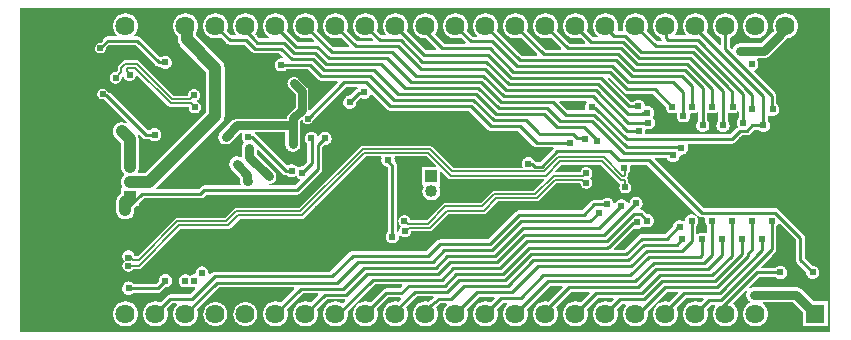
<source format=gbl>
G04*
G04 #@! TF.GenerationSoftware,Altium Limited,Altium Designer,24.3.1 (35)*
G04*
G04 Layer_Physical_Order=2*
G04 Layer_Color=16711680*
%FSLAX25Y25*%
%MOIN*%
G70*
G04*
G04 #@! TF.SameCoordinates,18358673-9EB0-4F65-8AD0-3A3BFD57A4A7*
G04*
G04*
G04 #@! TF.FilePolarity,Positive*
G04*
G01*
G75*
%ADD11C,0.01000*%
G04:AMPARAMS|DCode=52|XSize=39.37mil|YSize=86.61mil|CornerRadius=19.68mil|HoleSize=0mil|Usage=FLASHONLY|Rotation=270.000|XOffset=0mil|YOffset=0mil|HoleType=Round|Shape=RoundedRectangle|*
%AMROUNDEDRECTD52*
21,1,0.03937,0.04724,0,0,270.0*
21,1,0.00000,0.08661,0,0,270.0*
1,1,0.03937,-0.02362,0.00000*
1,1,0.03937,-0.02362,0.00000*
1,1,0.03937,0.02362,0.00000*
1,1,0.03937,0.02362,0.00000*
%
%ADD52ROUNDEDRECTD52*%
G04:AMPARAMS|DCode=53|XSize=39.37mil|YSize=70.87mil|CornerRadius=19.68mil|HoleSize=0mil|Usage=FLASHONLY|Rotation=270.000|XOffset=0mil|YOffset=0mil|HoleType=Round|Shape=RoundedRectangle|*
%AMROUNDEDRECTD53*
21,1,0.03937,0.03150,0,0,270.0*
21,1,0.00000,0.07087,0,0,270.0*
1,1,0.03937,-0.01575,0.00000*
1,1,0.03937,-0.01575,0.00000*
1,1,0.03937,0.01575,0.00000*
1,1,0.03937,0.01575,0.00000*
%
%ADD53ROUNDEDRECTD53*%
%ADD58C,0.03000*%
%ADD59C,0.02000*%
%ADD60C,0.04000*%
%ADD61C,0.00603*%
%ADD63C,0.00623*%
%ADD64R,0.04000X0.04000*%
%ADD65C,0.04000*%
%ADD66C,0.06400*%
%ADD67R,0.06400X0.06400*%
%ADD68C,0.02400*%
%ADD69C,0.01200*%
G36*
X271000Y0D02*
X1000D01*
Y108000D01*
X271000D01*
Y0D01*
D02*
G37*
%LPC*%
G36*
X246275Y106200D02*
X245725D01*
X245179Y106128D01*
X244647Y105986D01*
X244138Y105775D01*
X243662Y105500D01*
X243225Y105165D01*
X242835Y104775D01*
X242500Y104338D01*
X242225Y103862D01*
X242014Y103353D01*
X241872Y102821D01*
X241800Y102275D01*
Y101725D01*
X241872Y101179D01*
X242014Y100647D01*
X242225Y100138D01*
X242500Y99662D01*
X242835Y99225D01*
X243225Y98835D01*
X243662Y98500D01*
X244138Y98225D01*
X244647Y98014D01*
X245179Y97872D01*
X245725Y97800D01*
X246275D01*
X246821Y97872D01*
X247353Y98014D01*
X247862Y98225D01*
X248338Y98500D01*
X248775Y98835D01*
X249165Y99225D01*
X249500Y99662D01*
X249775Y100138D01*
X249986Y100647D01*
X250128Y101179D01*
X250200Y101725D01*
Y102275D01*
X250128Y102821D01*
X249986Y103353D01*
X249775Y103862D01*
X249500Y104338D01*
X249165Y104775D01*
X248775Y105165D01*
X248338Y105500D01*
X247862Y105775D01*
X247353Y105986D01*
X246821Y106128D01*
X246275Y106200D01*
D02*
G37*
G36*
X36275D02*
X35725D01*
X35179Y106128D01*
X34647Y105986D01*
X34138Y105775D01*
X33662Y105500D01*
X33225Y105165D01*
X32836Y104775D01*
X32500Y104338D01*
X32225Y103862D01*
X32014Y103353D01*
X31872Y102821D01*
X31800Y102275D01*
Y101725D01*
X31872Y101179D01*
X32014Y100647D01*
X32225Y100138D01*
X32500Y99662D01*
X32836Y99225D01*
X33050Y99010D01*
X32843Y98510D01*
X30003D01*
X29709Y98481D01*
X29426Y98396D01*
X29166Y98256D01*
X28937Y98069D01*
X28750Y97840D01*
X28611Y97580D01*
X28525Y97297D01*
X28503Y97072D01*
X27822Y96391D01*
X27777Y96400D01*
X27423D01*
X27075Y96331D01*
X26747Y96195D01*
X26453Y95998D01*
X26202Y95747D01*
X26005Y95453D01*
X25869Y95125D01*
X25800Y94777D01*
Y94423D01*
X25869Y94075D01*
X26005Y93747D01*
X26202Y93453D01*
X26453Y93202D01*
X26747Y93005D01*
X27075Y92869D01*
X27423Y92800D01*
X27777D01*
X28125Y92869D01*
X28453Y93005D01*
X28747Y93202D01*
X28998Y93453D01*
X29195Y93747D01*
X29331Y94075D01*
X29400Y94423D01*
Y94777D01*
X29391Y94822D01*
X30065Y95496D01*
X39373D01*
X45966Y88902D01*
X46195Y88715D01*
X46455Y88575D01*
X46738Y88490D01*
X47032Y88461D01*
X47525D01*
X47545Y88432D01*
X47790Y88187D01*
X48070Y87984D01*
X48379Y87827D01*
X48708Y87720D01*
X49050Y87665D01*
X49396D01*
X49738Y87720D01*
X50068Y87827D01*
X50376Y87984D01*
X50656Y88187D01*
X50901Y88432D01*
X51105Y88713D01*
X51262Y89021D01*
X51369Y89350D01*
X51423Y89692D01*
Y90039D01*
X51369Y90381D01*
X51262Y90710D01*
X51105Y91019D01*
X50901Y91299D01*
X50656Y91544D01*
X50376Y91747D01*
X50068Y91904D01*
X49738Y92011D01*
X49396Y92066D01*
X49050D01*
X48708Y92011D01*
X48379Y91904D01*
X48070Y91747D01*
X47790Y91544D01*
X47722Y91475D01*
X47657D01*
X41063Y98069D01*
X40834Y98256D01*
X40574Y98396D01*
X40291Y98481D01*
X39997Y98510D01*
X39157D01*
X38950Y99010D01*
X39165Y99225D01*
X39500Y99662D01*
X39775Y100138D01*
X39986Y100647D01*
X40128Y101179D01*
X40200Y101725D01*
Y102275D01*
X40128Y102821D01*
X39986Y103353D01*
X39775Y103862D01*
X39500Y104338D01*
X39165Y104775D01*
X38775Y105165D01*
X38338Y105500D01*
X37862Y105775D01*
X37353Y105986D01*
X36821Y106128D01*
X36275Y106200D01*
D02*
G37*
G36*
X256275D02*
X255725D01*
X255179Y106128D01*
X254647Y105986D01*
X254138Y105775D01*
X253662Y105500D01*
X253225Y105165D01*
X252835Y104775D01*
X252500Y104338D01*
X252225Y103862D01*
X252014Y103353D01*
X251872Y102821D01*
X251800Y102275D01*
Y101725D01*
X251872Y101179D01*
X252014Y100647D01*
X252095Y100451D01*
X251747Y100103D01*
X251626Y100029D01*
X251327Y99773D01*
X247761Y96208D01*
X240800D01*
X240408Y96177D01*
X240025Y96085D01*
X239662Y95934D01*
X239326Y95729D01*
X239027Y95473D01*
X238771Y95174D01*
X238566Y94839D01*
X238459Y94580D01*
X238149Y94457D01*
X237892Y94439D01*
X237507Y94824D01*
Y98078D01*
X237862Y98225D01*
X238338Y98500D01*
X238775Y98835D01*
X239164Y99225D01*
X239500Y99662D01*
X239775Y100138D01*
X239986Y100647D01*
X240128Y101179D01*
X240200Y101725D01*
Y102275D01*
X240128Y102821D01*
X239986Y103353D01*
X239775Y103862D01*
X239500Y104338D01*
X239164Y104775D01*
X238775Y105165D01*
X238338Y105500D01*
X237862Y105775D01*
X237353Y105986D01*
X236821Y106128D01*
X236275Y106200D01*
X235725D01*
X235179Y106128D01*
X234647Y105986D01*
X234138Y105775D01*
X233662Y105500D01*
X233225Y105165D01*
X232836Y104775D01*
X232500Y104338D01*
X232225Y103862D01*
X232014Y103353D01*
X231872Y102821D01*
X231800Y102275D01*
Y101725D01*
X231872Y101179D01*
X232014Y100647D01*
X232225Y100138D01*
X232500Y99662D01*
X232836Y99225D01*
X233225Y98835D01*
X233662Y98500D01*
X234138Y98225D01*
X234493Y98078D01*
Y95664D01*
X234031Y95472D01*
X229625Y99878D01*
X229775Y100138D01*
X229986Y100647D01*
X230128Y101179D01*
X230200Y101725D01*
Y102275D01*
X230128Y102821D01*
X229986Y103353D01*
X229775Y103862D01*
X229500Y104338D01*
X229165Y104775D01*
X228775Y105165D01*
X228338Y105500D01*
X227862Y105775D01*
X227353Y105986D01*
X226821Y106128D01*
X226275Y106200D01*
X225725D01*
X225179Y106128D01*
X224647Y105986D01*
X224138Y105775D01*
X223662Y105500D01*
X223225Y105165D01*
X222835Y104775D01*
X222500Y104338D01*
X222225Y103862D01*
X222014Y103353D01*
X221872Y102821D01*
X221800Y102275D01*
Y101725D01*
X221872Y101179D01*
X222014Y100647D01*
X222225Y100138D01*
X222500Y99662D01*
X222772Y99307D01*
X222693Y99020D01*
X222546Y98807D01*
X219454D01*
X219307Y99020D01*
X219228Y99307D01*
X219500Y99662D01*
X219775Y100138D01*
X219986Y100647D01*
X220128Y101179D01*
X220200Y101725D01*
Y102275D01*
X220128Y102821D01*
X219986Y103353D01*
X219775Y103862D01*
X219500Y104338D01*
X219164Y104775D01*
X218775Y105165D01*
X218338Y105500D01*
X217862Y105775D01*
X217353Y105986D01*
X216821Y106128D01*
X216275Y106200D01*
X215725D01*
X215179Y106128D01*
X214647Y105986D01*
X214138Y105775D01*
X213662Y105500D01*
X213225Y105165D01*
X212836Y104775D01*
X212500Y104338D01*
X212225Y103862D01*
X212014Y103353D01*
X211872Y102821D01*
X211800Y102275D01*
Y101725D01*
X211872Y101179D01*
X212014Y100647D01*
X212225Y100138D01*
X212500Y99662D01*
X212836Y99225D01*
X213225Y98835D01*
X213662Y98500D01*
X214138Y98225D01*
X214593Y98037D01*
Y97886D01*
X214622Y97592D01*
X214707Y97309D01*
X214708Y97307D01*
X214412Y96807D01*
X213324D01*
X209839Y100293D01*
X209986Y100647D01*
X210128Y101179D01*
X210200Y101725D01*
Y102275D01*
X210128Y102821D01*
X209986Y103353D01*
X209775Y103862D01*
X209500Y104338D01*
X209165Y104775D01*
X208775Y105165D01*
X208338Y105500D01*
X207862Y105775D01*
X207353Y105986D01*
X206821Y106128D01*
X206275Y106200D01*
X205725D01*
X205179Y106128D01*
X204647Y105986D01*
X204138Y105775D01*
X203662Y105500D01*
X203225Y105165D01*
X202835Y104775D01*
X202500Y104338D01*
X202225Y103862D01*
X202014Y103353D01*
X201872Y102821D01*
X201800Y102275D01*
Y101725D01*
X201872Y101179D01*
X201989Y100743D01*
X201742Y100243D01*
X200258D01*
X200011Y100743D01*
X200128Y101179D01*
X200200Y101725D01*
Y102275D01*
X200128Y102821D01*
X199986Y103353D01*
X199775Y103862D01*
X199500Y104338D01*
X199164Y104775D01*
X198775Y105165D01*
X198338Y105500D01*
X197862Y105775D01*
X197353Y105986D01*
X196821Y106128D01*
X196275Y106200D01*
X195725D01*
X195179Y106128D01*
X194647Y105986D01*
X194138Y105775D01*
X193662Y105500D01*
X193225Y105165D01*
X192835Y104775D01*
X192500Y104338D01*
X192225Y103862D01*
X192014Y103353D01*
X191872Y102821D01*
X191800Y102275D01*
Y101725D01*
X191872Y101179D01*
X192014Y100647D01*
X192225Y100138D01*
X192500Y99662D01*
X192835Y99225D01*
X193225Y98835D01*
X193345Y98743D01*
X193176Y98243D01*
X191888D01*
X189839Y100293D01*
X189986Y100647D01*
X190128Y101179D01*
X190200Y101725D01*
Y102275D01*
X190128Y102821D01*
X189986Y103353D01*
X189775Y103862D01*
X189500Y104338D01*
X189164Y104775D01*
X188775Y105165D01*
X188338Y105500D01*
X187862Y105775D01*
X187353Y105986D01*
X186821Y106128D01*
X186275Y106200D01*
X185725D01*
X185179Y106128D01*
X184647Y105986D01*
X184138Y105775D01*
X183662Y105500D01*
X183225Y105165D01*
X182835Y104775D01*
X182500Y104338D01*
X182225Y103862D01*
X182014Y103353D01*
X181872Y102821D01*
X181800Y102275D01*
Y101725D01*
X181872Y101179D01*
X182014Y100647D01*
X182225Y100138D01*
X182500Y99662D01*
X182835Y99225D01*
X183225Y98835D01*
X183662Y98500D01*
X184138Y98225D01*
X184647Y98014D01*
X185179Y97872D01*
X185725Y97800D01*
X186275D01*
X186821Y97872D01*
X187353Y98014D01*
X187707Y98161D01*
X189328Y96541D01*
X189136Y96079D01*
X184053D01*
X179839Y100293D01*
X179986Y100647D01*
X180128Y101179D01*
X180200Y101725D01*
Y102275D01*
X180128Y102821D01*
X179986Y103353D01*
X179775Y103862D01*
X179500Y104338D01*
X179165Y104775D01*
X178775Y105165D01*
X178338Y105500D01*
X177862Y105775D01*
X177353Y105986D01*
X176821Y106128D01*
X176275Y106200D01*
X175725D01*
X175179Y106128D01*
X174647Y105986D01*
X174138Y105775D01*
X173662Y105500D01*
X173225Y105165D01*
X172836Y104775D01*
X172500Y104338D01*
X172225Y103862D01*
X172014Y103353D01*
X171872Y102821D01*
X171800Y102275D01*
Y101725D01*
X171872Y101179D01*
X172014Y100647D01*
X172225Y100138D01*
X172500Y99662D01*
X172836Y99225D01*
X173225Y98835D01*
X173662Y98500D01*
X174138Y98225D01*
X174647Y98014D01*
X175179Y97872D01*
X175725Y97800D01*
X176275D01*
X176821Y97872D01*
X177353Y98014D01*
X177707Y98161D01*
X181328Y94541D01*
X181136Y94079D01*
X176053D01*
X169839Y100293D01*
X169986Y100647D01*
X170128Y101179D01*
X170200Y101725D01*
Y102275D01*
X170128Y102821D01*
X169986Y103353D01*
X169775Y103862D01*
X169500Y104338D01*
X169165Y104775D01*
X168775Y105165D01*
X168338Y105500D01*
X167862Y105775D01*
X167353Y105986D01*
X166821Y106128D01*
X166275Y106200D01*
X165725D01*
X165179Y106128D01*
X164647Y105986D01*
X164138Y105775D01*
X163662Y105500D01*
X163225Y105165D01*
X162836Y104775D01*
X162500Y104338D01*
X162225Y103862D01*
X162014Y103353D01*
X161872Y102821D01*
X161800Y102275D01*
Y101725D01*
X161872Y101179D01*
X162014Y100647D01*
X162225Y100138D01*
X162500Y99662D01*
X162836Y99225D01*
X163225Y98835D01*
X163662Y98500D01*
X164138Y98225D01*
X164647Y98014D01*
X165179Y97872D01*
X165725Y97800D01*
X166275D01*
X166821Y97872D01*
X167353Y98014D01*
X167707Y98161D01*
X173328Y92541D01*
X173136Y92079D01*
X168053D01*
X159839Y100293D01*
X159986Y100647D01*
X160128Y101179D01*
X160200Y101725D01*
Y102275D01*
X160128Y102821D01*
X159986Y103353D01*
X159775Y103862D01*
X159500Y104338D01*
X159165Y104775D01*
X158775Y105165D01*
X158338Y105500D01*
X157862Y105775D01*
X157353Y105986D01*
X156821Y106128D01*
X156275Y106200D01*
X155725D01*
X155179Y106128D01*
X154647Y105986D01*
X154138Y105775D01*
X153662Y105500D01*
X153225Y105165D01*
X152836Y104775D01*
X152500Y104338D01*
X152225Y103862D01*
X152014Y103353D01*
X151872Y102821D01*
X151800Y102275D01*
Y101725D01*
X151872Y101179D01*
X152014Y100647D01*
X152225Y100138D01*
X152500Y99662D01*
X152836Y99225D01*
X153153Y98907D01*
X153096Y98626D01*
X152962Y98407D01*
X151724D01*
X149839Y100293D01*
X149986Y100647D01*
X150128Y101179D01*
X150200Y101725D01*
Y102275D01*
X150128Y102821D01*
X149986Y103353D01*
X149775Y103862D01*
X149500Y104338D01*
X149164Y104775D01*
X148775Y105165D01*
X148338Y105500D01*
X147862Y105775D01*
X147353Y105986D01*
X146821Y106128D01*
X146275Y106200D01*
X145725D01*
X145179Y106128D01*
X144647Y105986D01*
X144138Y105775D01*
X143662Y105500D01*
X143225Y105165D01*
X142835Y104775D01*
X142500Y104338D01*
X142225Y103862D01*
X142014Y103353D01*
X141872Y102821D01*
X141800Y102275D01*
Y101725D01*
X141872Y101179D01*
X142014Y100647D01*
X142225Y100138D01*
X142500Y99662D01*
X142835Y99225D01*
X143225Y98835D01*
X143662Y98500D01*
X144138Y98225D01*
X144647Y98014D01*
X145179Y97872D01*
X145725Y97800D01*
X146275D01*
X146821Y97872D01*
X147353Y98014D01*
X147707Y98161D01*
X149399Y96469D01*
X149208Y96007D01*
X142224D01*
X139086Y99146D01*
X139164Y99225D01*
X139500Y99662D01*
X139775Y100138D01*
X139986Y100647D01*
X140128Y101179D01*
X140200Y101725D01*
Y102275D01*
X140128Y102821D01*
X139986Y103353D01*
X139775Y103862D01*
X139500Y104338D01*
X139164Y104775D01*
X138775Y105165D01*
X138338Y105500D01*
X137862Y105775D01*
X137353Y105986D01*
X136821Y106128D01*
X136275Y106200D01*
X135725D01*
X135179Y106128D01*
X134647Y105986D01*
X134138Y105775D01*
X133662Y105500D01*
X133225Y105165D01*
X132835Y104775D01*
X132500Y104338D01*
X132225Y103862D01*
X132014Y103353D01*
X131872Y102821D01*
X131800Y102275D01*
Y101725D01*
X131872Y101179D01*
X132014Y100647D01*
X132225Y100138D01*
X132500Y99662D01*
X132835Y99225D01*
X133225Y98835D01*
X133662Y98500D01*
X134138Y98225D01*
X134647Y98014D01*
X135179Y97872D01*
X135725Y97800D01*
X136168D01*
X139599Y94369D01*
X139408Y93907D01*
X136124D01*
X129810Y100222D01*
X129986Y100647D01*
X130128Y101179D01*
X130200Y101725D01*
Y102275D01*
X130128Y102821D01*
X129986Y103353D01*
X129775Y103862D01*
X129500Y104338D01*
X129165Y104775D01*
X128775Y105165D01*
X128338Y105500D01*
X127862Y105775D01*
X127353Y105986D01*
X126821Y106128D01*
X126275Y106200D01*
X125725D01*
X125179Y106128D01*
X124647Y105986D01*
X124138Y105775D01*
X123662Y105500D01*
X123225Y105165D01*
X122836Y104775D01*
X122500Y104338D01*
X122225Y103862D01*
X122014Y103353D01*
X121872Y102821D01*
X121800Y102275D01*
Y101725D01*
X121872Y101179D01*
X122014Y100647D01*
X122225Y100138D01*
X122500Y99662D01*
X122772Y99307D01*
X122693Y99020D01*
X122546Y98807D01*
X121324D01*
X119839Y100293D01*
X119986Y100647D01*
X120128Y101179D01*
X120200Y101725D01*
Y102275D01*
X120128Y102821D01*
X119986Y103353D01*
X119775Y103862D01*
X119500Y104338D01*
X119165Y104775D01*
X118775Y105165D01*
X118338Y105500D01*
X117862Y105775D01*
X117353Y105986D01*
X116821Y106128D01*
X116275Y106200D01*
X115725D01*
X115179Y106128D01*
X114647Y105986D01*
X114138Y105775D01*
X113662Y105500D01*
X113225Y105165D01*
X112836Y104775D01*
X112500Y104338D01*
X112225Y103862D01*
X112014Y103353D01*
X111872Y102821D01*
X111800Y102275D01*
Y101725D01*
X111872Y101179D01*
X112014Y100647D01*
X112225Y100138D01*
X112500Y99662D01*
X112836Y99225D01*
X113225Y98835D01*
X113662Y98500D01*
X114138Y98225D01*
X114647Y98014D01*
X115179Y97872D01*
X115725Y97800D01*
X116275D01*
X116821Y97872D01*
X117353Y98014D01*
X117707Y98161D01*
X118599Y97269D01*
X118408Y96807D01*
X113324D01*
X109839Y100293D01*
X109986Y100647D01*
X110128Y101179D01*
X110200Y101725D01*
Y102275D01*
X110128Y102821D01*
X109986Y103353D01*
X109775Y103862D01*
X109500Y104338D01*
X109165Y104775D01*
X108775Y105165D01*
X108338Y105500D01*
X107862Y105775D01*
X107353Y105986D01*
X106821Y106128D01*
X106275Y106200D01*
X105725D01*
X105179Y106128D01*
X104647Y105986D01*
X104138Y105775D01*
X103662Y105500D01*
X103225Y105165D01*
X102836Y104775D01*
X102500Y104338D01*
X102225Y103862D01*
X102014Y103353D01*
X101872Y102821D01*
X101800Y102275D01*
Y101725D01*
X101872Y101179D01*
X102014Y100647D01*
X102225Y100138D01*
X102500Y99662D01*
X102836Y99225D01*
X103225Y98835D01*
X103662Y98500D01*
X104138Y98225D01*
X104647Y98014D01*
X105179Y97872D01*
X105725Y97800D01*
X106275D01*
X106821Y97872D01*
X107353Y98014D01*
X107707Y98161D01*
X110599Y95269D01*
X110408Y94807D01*
X105324D01*
X99839Y100293D01*
X99986Y100647D01*
X100128Y101179D01*
X100200Y101725D01*
Y102275D01*
X100128Y102821D01*
X99986Y103353D01*
X99775Y103862D01*
X99500Y104338D01*
X99164Y104775D01*
X98775Y105165D01*
X98338Y105500D01*
X97862Y105775D01*
X97353Y105986D01*
X96821Y106128D01*
X96275Y106200D01*
X95725D01*
X95179Y106128D01*
X94647Y105986D01*
X94138Y105775D01*
X93662Y105500D01*
X93225Y105165D01*
X92835Y104775D01*
X92500Y104338D01*
X92225Y103862D01*
X92014Y103353D01*
X91872Y102821D01*
X91800Y102275D01*
Y101725D01*
X91872Y101179D01*
X92014Y100647D01*
X92225Y100138D01*
X92500Y99662D01*
X92835Y99225D01*
X93225Y98835D01*
X93662Y98500D01*
X94138Y98225D01*
X94647Y98014D01*
X95179Y97872D01*
X95725Y97800D01*
X96275D01*
X96821Y97872D01*
X97353Y98014D01*
X97707Y98161D01*
X98899Y96969D01*
X98708Y96507D01*
X93624D01*
X89839Y100293D01*
X89986Y100647D01*
X90128Y101179D01*
X90200Y101725D01*
Y102275D01*
X90128Y102821D01*
X89986Y103353D01*
X89775Y103862D01*
X89500Y104338D01*
X89165Y104775D01*
X88775Y105165D01*
X88338Y105500D01*
X87862Y105775D01*
X87353Y105986D01*
X86821Y106128D01*
X86275Y106200D01*
X85725D01*
X85179Y106128D01*
X84647Y105986D01*
X84138Y105775D01*
X83662Y105500D01*
X83225Y105165D01*
X82836Y104775D01*
X82500Y104338D01*
X82225Y103862D01*
X82014Y103353D01*
X81872Y102821D01*
X81800Y102275D01*
Y101725D01*
X81872Y101179D01*
X82014Y100647D01*
X82225Y100138D01*
X82500Y99662D01*
X82836Y99225D01*
X83225Y98835D01*
X83662Y98500D01*
X83823Y98407D01*
X83689Y97907D01*
X80624D01*
X79882Y98649D01*
X79770Y98860D01*
X79582Y99088D01*
X79286Y99384D01*
X79500Y99662D01*
X79775Y100138D01*
X79986Y100647D01*
X80128Y101179D01*
X80200Y101725D01*
Y102275D01*
X80128Y102821D01*
X79986Y103353D01*
X79775Y103862D01*
X79500Y104338D01*
X79164Y104775D01*
X78775Y105165D01*
X78338Y105500D01*
X77862Y105775D01*
X77353Y105986D01*
X76821Y106128D01*
X76275Y106200D01*
X75725D01*
X75179Y106128D01*
X74647Y105986D01*
X74138Y105775D01*
X73662Y105500D01*
X73225Y105165D01*
X72835Y104775D01*
X72500Y104338D01*
X72225Y103862D01*
X72014Y103353D01*
X71872Y102821D01*
X71800Y102275D01*
Y101725D01*
X71872Y101179D01*
X72014Y100647D01*
X72225Y100138D01*
X72500Y99662D01*
X72772Y99307D01*
X72693Y99020D01*
X72546Y98807D01*
X71324D01*
X69839Y100293D01*
X69986Y100647D01*
X70128Y101179D01*
X70200Y101725D01*
Y102275D01*
X70128Y102821D01*
X69986Y103353D01*
X69775Y103862D01*
X69500Y104338D01*
X69165Y104775D01*
X68775Y105165D01*
X68338Y105500D01*
X67862Y105775D01*
X67353Y105986D01*
X66821Y106128D01*
X66275Y106200D01*
X65725D01*
X65179Y106128D01*
X64647Y105986D01*
X64138Y105775D01*
X63662Y105500D01*
X63225Y105165D01*
X62836Y104775D01*
X62500Y104338D01*
X62225Y103862D01*
X62014Y103353D01*
X61872Y102821D01*
X61800Y102275D01*
Y101725D01*
X61872Y101179D01*
X62014Y100647D01*
X62225Y100138D01*
X62500Y99662D01*
X62836Y99225D01*
X63225Y98835D01*
X63662Y98500D01*
X64138Y98225D01*
X64647Y98014D01*
X65179Y97872D01*
X65725Y97800D01*
X66275D01*
X66821Y97872D01*
X67353Y98014D01*
X67707Y98161D01*
X69634Y96234D01*
X69863Y96047D01*
X70123Y95907D01*
X70406Y95822D01*
X70700Y95793D01*
X75647D01*
X78106Y93334D01*
X78334Y93147D01*
X78595Y93007D01*
X78878Y92922D01*
X79172Y92893D01*
X87319D01*
X88568Y91644D01*
X88329Y91175D01*
X88173Y91200D01*
X87827D01*
X87485Y91146D01*
X87155Y91039D01*
X86847Y90882D01*
X86567Y90678D01*
X86322Y90433D01*
X86118Y90153D01*
X85961Y89845D01*
X85854Y89515D01*
X85800Y89173D01*
Y88827D01*
X85854Y88485D01*
X85961Y88156D01*
X86118Y87847D01*
X86322Y87567D01*
X86567Y87322D01*
X86847Y87118D01*
X87155Y86961D01*
X87485Y86854D01*
X87827Y86800D01*
X88173D01*
X88515Y86854D01*
X88845Y86961D01*
X89153Y87118D01*
X89433Y87322D01*
X89604Y87493D01*
X96890D01*
X100149Y84234D01*
X100377Y84047D01*
X100638Y83908D01*
X100921Y83822D01*
X101215Y83793D01*
X106608D01*
X106799Y83331D01*
X97405Y73936D01*
X97309Y73944D01*
X96907Y74145D01*
Y80200D01*
X96881Y80529D01*
X96803Y80851D01*
X96677Y81156D01*
X96504Y81438D01*
X96289Y81690D01*
X93590Y84390D01*
X93338Y84604D01*
X93056Y84777D01*
X92751Y84903D01*
X92430Y84981D01*
X92100Y85006D01*
X91770Y84981D01*
X91449Y84903D01*
X91144Y84777D01*
X90862Y84604D01*
X90610Y84390D01*
X90396Y84138D01*
X90223Y83856D01*
X90097Y83551D01*
X90019Y83230D01*
X89994Y82900D01*
X90019Y82570D01*
X90097Y82249D01*
X90223Y81944D01*
X90396Y81662D01*
X90610Y81410D01*
X92694Y79327D01*
Y74851D01*
X90483Y72640D01*
X90268Y72389D01*
X90095Y72107D01*
X89969Y71801D01*
X89892Y71480D01*
X89866Y71150D01*
Y70916D01*
X73210D01*
X72951Y70896D01*
X72800Y70908D01*
X72408Y70877D01*
X72025Y70785D01*
X71662Y70634D01*
X71326Y70429D01*
X71027Y70173D01*
X67627Y66773D01*
X67371Y66474D01*
X67166Y66138D01*
X67015Y65775D01*
X66923Y65392D01*
X66892Y65000D01*
X66923Y64608D01*
X67015Y64225D01*
X67166Y63862D01*
X67371Y63526D01*
X67627Y63227D01*
X67926Y62971D01*
X68261Y62766D01*
X68625Y62615D01*
X69008Y62523D01*
X69400Y62492D01*
X69792Y62523D01*
X70175Y62615D01*
X70539Y62766D01*
X70874Y62971D01*
X71173Y63227D01*
X74403Y66457D01*
X74670Y66450D01*
X74959Y65978D01*
X74961Y65944D01*
X74854Y65615D01*
X74800Y65273D01*
Y64927D01*
X74854Y64585D01*
X74961Y64255D01*
X75118Y63947D01*
X75322Y63667D01*
X75328Y63661D01*
X75490Y63262D01*
X75347Y62963D01*
X75271Y62874D01*
X75066Y62538D01*
X74915Y62175D01*
X74823Y61792D01*
X74792Y61400D01*
Y58470D01*
X74445Y58219D01*
X74300Y58186D01*
X74216Y58237D01*
X73852Y58388D01*
X73470Y58480D01*
X73077Y58511D01*
X72685Y58480D01*
X72302Y58388D01*
X71939Y58237D01*
X71603Y58032D01*
X71304Y57776D01*
X71049Y57477D01*
X70843Y57141D01*
X70692Y56778D01*
X70600Y56395D01*
X70570Y56003D01*
X70600Y55611D01*
X70692Y55228D01*
X70843Y54864D01*
X71049Y54529D01*
X71304Y54230D01*
X74116Y51418D01*
Y50376D01*
X74147Y49984D01*
X74239Y49602D01*
X74360Y49307D01*
X74274Y49084D01*
X74067Y48807D01*
X62300D01*
X62006Y48778D01*
X61723Y48693D01*
X61463Y48553D01*
X61234Y48366D01*
X60376Y47507D01*
X46363D01*
X46352Y47519D01*
X46166Y48007D01*
X68128Y69969D01*
X68435Y70329D01*
X68681Y70731D01*
X68862Y71167D01*
X68972Y71627D01*
X69009Y72097D01*
Y88033D01*
X68972Y88503D01*
X68862Y88963D01*
X68681Y89399D01*
X68435Y89801D01*
X68128Y90161D01*
X59469Y98820D01*
Y99621D01*
X59500Y99662D01*
X59775Y100138D01*
X59986Y100647D01*
X60128Y101179D01*
X60200Y101725D01*
Y102275D01*
X60128Y102821D01*
X59986Y103353D01*
X59775Y103862D01*
X59500Y104338D01*
X59165Y104775D01*
X58775Y105165D01*
X58338Y105500D01*
X57862Y105775D01*
X57353Y105986D01*
X56821Y106128D01*
X56275Y106200D01*
X55725D01*
X55179Y106128D01*
X54647Y105986D01*
X54138Y105775D01*
X53662Y105500D01*
X53225Y105165D01*
X52836Y104775D01*
X52500Y104338D01*
X52225Y103862D01*
X52014Y103353D01*
X51872Y102821D01*
X51800Y102275D01*
Y101725D01*
X51872Y101179D01*
X52014Y100647D01*
X52225Y100138D01*
X52500Y99662D01*
X52836Y99225D01*
X53225Y98835D01*
X53450Y98663D01*
Y97573D01*
X53487Y97103D01*
X53597Y96644D01*
X53778Y96207D01*
X54025Y95805D01*
X54331Y95446D01*
X62991Y86786D01*
Y73344D01*
X42656Y53009D01*
X40385D01*
X40312Y53070D01*
X40214Y53212D01*
X40107Y53509D01*
X40119Y53533D01*
X40181Y53634D01*
X40227Y53743D01*
X40280Y53848D01*
X40317Y53961D01*
X40362Y54070D01*
X40390Y54185D01*
X40426Y54298D01*
X40445Y54414D01*
X40472Y54529D01*
X40481Y54647D01*
X40500Y54764D01*
Y54882D01*
X40509Y55000D01*
Y63500D01*
X40472Y63971D01*
X40405Y64249D01*
X40372Y64671D01*
X40262Y65130D01*
X40081Y65566D01*
X40059Y65602D01*
X40455Y65914D01*
X41659Y64710D01*
X41887Y64522D01*
X42148Y64383D01*
X42431Y64297D01*
X42725Y64268D01*
X44110D01*
X44281Y64097D01*
X44561Y63894D01*
X44870Y63736D01*
X45199Y63629D01*
X45541Y63575D01*
X45887D01*
X46229Y63629D01*
X46559Y63736D01*
X46867Y63894D01*
X47147Y64097D01*
X47392Y64342D01*
X47596Y64622D01*
X47753Y64931D01*
X47860Y65260D01*
X47914Y65602D01*
Y65948D01*
X47860Y66290D01*
X47753Y66620D01*
X47596Y66928D01*
X47392Y67208D01*
X47147Y67453D01*
X46867Y67657D01*
X46559Y67814D01*
X46229Y67921D01*
X45887Y67975D01*
X45541D01*
X45199Y67921D01*
X44870Y67814D01*
X44561Y67657D01*
X44281Y67453D01*
X44110Y67282D01*
X43349D01*
X31302Y79330D01*
X31074Y79517D01*
X30813Y79656D01*
X30530Y79742D01*
X30305Y79764D01*
X30252Y79817D01*
X30079Y79949D01*
X29995Y80153D01*
X29798Y80447D01*
X29547Y80698D01*
X29253Y80895D01*
X28925Y81031D01*
X28577Y81100D01*
X28223D01*
X27875Y81031D01*
X27547Y80895D01*
X27253Y80698D01*
X27002Y80447D01*
X26805Y80153D01*
X26669Y79825D01*
X26600Y79477D01*
Y79123D01*
X26669Y78775D01*
X26805Y78447D01*
X27002Y78153D01*
X27253Y77902D01*
X27547Y77705D01*
X27875Y77569D01*
X28223Y77500D01*
X28577D01*
X28908Y77566D01*
X28983Y77426D01*
X29170Y77198D01*
X36414Y69955D01*
X36102Y69559D01*
X36066Y69581D01*
X35630Y69762D01*
X35171Y69872D01*
X34700Y69909D01*
X34229Y69872D01*
X33770Y69762D01*
X33334Y69581D01*
X32931Y69335D01*
X32572Y69028D01*
X32265Y68669D01*
X32019Y68266D01*
X31838Y67830D01*
X31728Y67371D01*
X31691Y66900D01*
X31728Y66429D01*
X31838Y65970D01*
X32019Y65534D01*
X32265Y65131D01*
X32572Y64772D01*
X34491Y62853D01*
Y55000D01*
X34500Y54882D01*
Y54764D01*
X34519Y54647D01*
X34528Y54529D01*
X34555Y54414D01*
X34574Y54298D01*
X34610Y54185D01*
X34638Y54070D01*
X34683Y53961D01*
X34720Y53848D01*
X34773Y53743D01*
X34819Y53634D01*
X34881Y53533D01*
X34934Y53428D01*
X35004Y53332D01*
X35065Y53231D01*
X35142Y53141D01*
X35212Y53046D01*
X35295Y52962D01*
X35372Y52872D01*
X35430Y52823D01*
X35474Y52743D01*
X35491Y52632D01*
Y52368D01*
X35474Y52257D01*
X35430Y52178D01*
X35372Y52128D01*
X35295Y52038D01*
X35212Y51954D01*
X35142Y51859D01*
X35065Y51769D01*
X35004Y51668D01*
X34934Y51572D01*
X34881Y51467D01*
X34819Y51366D01*
X34773Y51257D01*
X34720Y51152D01*
X34683Y51039D01*
X34638Y50930D01*
X34610Y50815D01*
X34574Y50703D01*
X34555Y50586D01*
X34528Y50471D01*
X34519Y50353D01*
X34500Y50236D01*
Y50118D01*
X34491Y50000D01*
X34500Y49882D01*
Y49764D01*
X34519Y49647D01*
X34528Y49529D01*
X34555Y49414D01*
X34574Y49297D01*
X34610Y49185D01*
X34638Y49070D01*
X34683Y48961D01*
X34720Y48848D01*
X34773Y48743D01*
X34819Y48634D01*
X34881Y48533D01*
X34897Y48500D01*
X34798Y48214D01*
X34712Y48079D01*
X34621Y48000D01*
X34500D01*
Y46129D01*
X34308Y46011D01*
X33949Y45704D01*
X33772Y45528D01*
X33465Y45169D01*
X33219Y44766D01*
X33038Y44330D01*
X32928Y43871D01*
X32891Y43400D01*
Y40500D01*
X32928Y40029D01*
X33038Y39570D01*
X33219Y39134D01*
X33465Y38731D01*
X33772Y38372D01*
X34131Y38065D01*
X34534Y37819D01*
X34970Y37638D01*
X35429Y37528D01*
X35900Y37491D01*
X36371Y37528D01*
X36830Y37638D01*
X37266Y37819D01*
X37669Y38065D01*
X38028Y38372D01*
X38335Y38731D01*
X38581Y39134D01*
X38762Y39570D01*
X38872Y40029D01*
X38909Y40500D01*
Y41378D01*
X39532Y42000D01*
X40500D01*
Y42968D01*
X42024Y44493D01*
X61000D01*
X61294Y44522D01*
X61577Y44607D01*
X61837Y44747D01*
X62066Y44934D01*
X62924Y45793D01*
X93118D01*
X93412Y45822D01*
X93695Y45908D01*
X93956Y46047D01*
X94184Y46234D01*
X101197Y53247D01*
X101384Y53475D01*
X101524Y53736D01*
X101610Y54019D01*
X101639Y54313D01*
Y61507D01*
X102432Y62300D01*
X102673D01*
X103015Y62354D01*
X103345Y62461D01*
X103653Y62618D01*
X103933Y62822D01*
X104178Y63067D01*
X104382Y63347D01*
X104539Y63656D01*
X104646Y63985D01*
X104700Y64327D01*
Y64673D01*
X104646Y65015D01*
X104539Y65345D01*
X104382Y65653D01*
X104178Y65933D01*
X103933Y66178D01*
X103653Y66382D01*
X103345Y66539D01*
X103015Y66646D01*
X102673Y66700D01*
X102327D01*
X101985Y66646D01*
X101655Y66539D01*
X101347Y66382D01*
X101067Y66178D01*
X100822Y65933D01*
X100618Y65653D01*
X100524Y65468D01*
X100312Y65414D01*
X100188D01*
X99976Y65468D01*
X99882Y65653D01*
X99678Y65933D01*
X99433Y66178D01*
X99153Y66382D01*
X98844Y66539D01*
X98515Y66646D01*
X98173Y66700D01*
X97827D01*
X97485Y66646D01*
X97155Y66539D01*
X96847Y66382D01*
X96567Y66178D01*
X96322Y65933D01*
X96118Y65653D01*
X95961Y65345D01*
X95854Y65015D01*
X95800Y64673D01*
Y64327D01*
X95854Y63985D01*
X95961Y63656D01*
X96118Y63347D01*
X96322Y63067D01*
X96567Y62822D01*
X96624Y62780D01*
Y56756D01*
X95068Y55200D01*
X94827D01*
X94485Y55146D01*
X94156Y55039D01*
X93847Y54882D01*
X93833Y54872D01*
X93350Y54855D01*
X93178Y54996D01*
X93078Y55133D01*
X92833Y55378D01*
X92553Y55582D01*
X92244Y55739D01*
X91915Y55846D01*
X91573Y55900D01*
X91227D01*
X90885Y55846D01*
X90556Y55739D01*
X90247Y55582D01*
X89967Y55378D01*
X89910Y55321D01*
X79334Y65898D01*
X79105Y66085D01*
X79125Y66630D01*
X79172Y66703D01*
X89292D01*
Y62600D01*
X89323Y62208D01*
X89415Y61825D01*
X89566Y61462D01*
X89771Y61126D01*
X90027Y60827D01*
X90326Y60571D01*
X90662Y60366D01*
X91025Y60215D01*
X91408Y60123D01*
X91800Y60092D01*
X92192Y60123D01*
X92575Y60215D01*
X92939Y60366D01*
X93274Y60571D01*
X93573Y60827D01*
X93829Y61126D01*
X94034Y61462D01*
X94185Y61825D01*
X94277Y62208D01*
X94308Y62600D01*
Y68810D01*
X94277Y69202D01*
X94185Y69585D01*
X94079Y69841D01*
Y70278D01*
X94446Y70645D01*
X94745Y70605D01*
X95003Y70495D01*
X95105Y70247D01*
X95302Y69953D01*
X95553Y69702D01*
X95847Y69505D01*
X96175Y69369D01*
X96523Y69300D01*
X96877D01*
X97225Y69369D01*
X97553Y69505D01*
X97847Y69702D01*
X98098Y69953D01*
X98295Y70247D01*
X98431Y70575D01*
X98462Y70730D01*
X109524Y81793D01*
X113186D01*
X113497Y81293D01*
X113446Y81190D01*
X113409Y81178D01*
X113148Y81039D01*
X112920Y80852D01*
X110868Y78800D01*
X110627D01*
X110285Y78746D01*
X109956Y78639D01*
X109647Y78482D01*
X109367Y78278D01*
X109122Y78033D01*
X108918Y77753D01*
X108761Y77444D01*
X108654Y77115D01*
X108600Y76773D01*
Y76427D01*
X108654Y76085D01*
X108761Y75756D01*
X108918Y75447D01*
X109122Y75167D01*
X109367Y74922D01*
X109647Y74718D01*
X109956Y74561D01*
X110285Y74454D01*
X110627Y74400D01*
X110973D01*
X111315Y74454D01*
X111644Y74561D01*
X111953Y74718D01*
X112233Y74922D01*
X112478Y75167D01*
X112682Y75447D01*
X112839Y75756D01*
X112946Y76085D01*
X113000Y76427D01*
Y76668D01*
X114391Y78059D01*
X114447Y78018D01*
X114755Y77861D01*
X115085Y77754D01*
X115427Y77700D01*
X115773D01*
X116115Y77754D01*
X116445Y77861D01*
X116753Y78018D01*
X117033Y78222D01*
X117278Y78467D01*
X117482Y78747D01*
X117639Y79056D01*
X117640Y79060D01*
X118211Y79197D01*
X123174Y74234D01*
X123402Y74047D01*
X123663Y73908D01*
X123945Y73822D01*
X124240Y73793D01*
X150520D01*
X156857Y67456D01*
X157085Y67268D01*
X157346Y67129D01*
X157629Y67043D01*
X157923Y67014D01*
X166959D01*
X171939Y62034D01*
X172168Y61847D01*
X172428Y61708D01*
X172711Y61622D01*
X173005Y61593D01*
X178509D01*
X178717Y61093D01*
X174203Y56580D01*
X173034D01*
X172715Y56898D01*
X172487Y57085D01*
X172226Y57225D01*
X172191Y57235D01*
X172182Y57253D01*
X171978Y57533D01*
X171733Y57778D01*
X171453Y57982D01*
X171144Y58139D01*
X170815Y58246D01*
X170473Y58300D01*
X170127D01*
X169785Y58246D01*
X169456Y58139D01*
X169147Y57982D01*
X168867Y57778D01*
X168622Y57533D01*
X168418Y57253D01*
X168261Y56945D01*
X168154Y56615D01*
X168100Y56273D01*
Y55927D01*
X168154Y55585D01*
X168261Y55256D01*
X168350Y55082D01*
X168190Y54711D01*
X168066Y54582D01*
X145389D01*
X138181Y61790D01*
X137951Y61967D01*
X137683Y62078D01*
X137396Y62116D01*
X137395Y62116D01*
X115020D01*
X114733Y62078D01*
X114465Y61967D01*
X114235Y61790D01*
X114235Y61790D01*
X93760Y41315D01*
X72969D01*
X72682Y41278D01*
X72414Y41167D01*
X72184Y40990D01*
X72184Y40990D01*
X69197Y38003D01*
X53292D01*
X53292Y38003D01*
X53004Y37965D01*
X52737Y37854D01*
X52507Y37678D01*
X52506Y37678D01*
X40040Y25211D01*
X39121D01*
X39000Y25332D01*
Y25471D01*
X38923Y25858D01*
X38772Y26222D01*
X38554Y26549D01*
X38275Y26828D01*
X37947Y27047D01*
X37583Y27198D01*
X37197Y27274D01*
X36803D01*
X36417Y27198D01*
X36053Y27047D01*
X35725Y26828D01*
X35447Y26549D01*
X35228Y26222D01*
X35077Y25858D01*
X35000Y25471D01*
Y25077D01*
X35077Y24691D01*
X35228Y24327D01*
X35447Y23999D01*
X35690Y23674D01*
X35447Y23349D01*
X35228Y23022D01*
X35077Y22658D01*
X35000Y22271D01*
Y21877D01*
X35077Y21491D01*
X35228Y21127D01*
X35447Y20799D01*
X35725Y20521D01*
X36053Y20302D01*
X36417Y20151D01*
X36803Y20074D01*
X37197D01*
X37583Y20151D01*
X37947Y20302D01*
X38275Y20521D01*
X38554Y20799D01*
X38663Y20963D01*
X40458D01*
X40459Y20963D01*
X40746Y21001D01*
X41014Y21112D01*
X41244Y21289D01*
X54333Y34378D01*
X70238D01*
X70238Y34378D01*
X70526Y34416D01*
X70794Y34527D01*
X71024Y34703D01*
X74011Y37690D01*
X94801D01*
X94801Y37690D01*
X95089Y37728D01*
X95357Y37839D01*
X95587Y38016D01*
X116062Y58491D01*
X121076D01*
X121214Y58367D01*
X121411Y57990D01*
X121354Y57815D01*
X121300Y57473D01*
Y57127D01*
X121354Y56785D01*
X121461Y56455D01*
X121618Y56147D01*
X121822Y55867D01*
X122067Y55622D01*
X122347Y55418D01*
X122655Y55261D01*
X122985Y55154D01*
X123164Y55126D01*
X123472Y54817D01*
Y33336D01*
X123301Y33165D01*
X123098Y32885D01*
X122941Y32576D01*
X122834Y32247D01*
X122779Y31905D01*
Y31559D01*
X122834Y31217D01*
X122941Y30887D01*
X123098Y30579D01*
X123301Y30299D01*
X123546Y30054D01*
X123826Y29850D01*
X124135Y29693D01*
X124464Y29586D01*
X124806Y29532D01*
X125153D01*
X125495Y29586D01*
X125824Y29693D01*
X126132Y29850D01*
X126413Y30054D01*
X126657Y30299D01*
X126861Y30579D01*
X127018Y30887D01*
X127125Y31217D01*
X127179Y31559D01*
Y31905D01*
X127139Y32159D01*
X127283Y32301D01*
X127578Y32402D01*
X127857Y32124D01*
X128184Y31905D01*
X128548Y31754D01*
X128935Y31677D01*
X129329D01*
X129715Y31754D01*
X130079Y31905D01*
X130407Y32124D01*
X130685Y32402D01*
X130904Y32730D01*
X131055Y33094D01*
X131132Y33480D01*
Y33526D01*
X137382D01*
X137382Y33526D01*
X137670Y33564D01*
X137938Y33675D01*
X138168Y33851D01*
X143602Y39286D01*
X155381D01*
X155381Y39286D01*
X155669Y39324D01*
X155937Y39435D01*
X156167Y39611D01*
X160041Y43486D01*
X173190D01*
X173190Y43486D01*
X173478Y43524D01*
X173746Y43635D01*
X173976Y43811D01*
X179755Y49591D01*
X187159D01*
X187268Y49576D01*
X187600D01*
Y49553D01*
X187677Y49167D01*
X187828Y48803D01*
X188047Y48475D01*
X188325Y48197D01*
X188653Y47978D01*
X189017Y47827D01*
X189403Y47750D01*
X189797D01*
X190183Y47827D01*
X190547Y47978D01*
X190875Y48197D01*
X191154Y48475D01*
X191372Y48803D01*
X191523Y49167D01*
X191600Y49553D01*
Y49947D01*
X191523Y50333D01*
X191372Y50697D01*
X191154Y51025D01*
X190910Y51350D01*
X191154Y51675D01*
X191372Y52003D01*
X191523Y52367D01*
X191600Y52753D01*
Y53147D01*
X191523Y53533D01*
X191372Y53897D01*
X191154Y54225D01*
X190875Y54504D01*
X190547Y54722D01*
X190183Y54873D01*
X189797Y54950D01*
X189403D01*
X189017Y54873D01*
X188653Y54722D01*
X188325Y54504D01*
X188047Y54225D01*
X187828Y53897D01*
X187677Y53533D01*
X187614Y53215D01*
X179444D01*
X179253Y53677D01*
X181266Y55690D01*
X194421D01*
X200229Y49882D01*
X200229Y49882D01*
X200459Y49706D01*
X200599Y49648D01*
X200791Y49264D01*
X200825Y49086D01*
X200675Y48722D01*
X200598Y48335D01*
Y47941D01*
X200675Y47555D01*
X200825Y47191D01*
X201044Y46864D01*
X201323Y46585D01*
X201650Y46366D01*
X202014Y46215D01*
X202401Y46139D01*
X202795D01*
X203181Y46215D01*
X203545Y46366D01*
X203873Y46585D01*
X204151Y46864D01*
X204370Y47191D01*
X204521Y47555D01*
X204598Y47941D01*
Y48335D01*
X204521Y48722D01*
X204370Y49086D01*
X204151Y49413D01*
X203873Y49692D01*
X203631Y49853D01*
Y50243D01*
X203593Y50531D01*
X203483Y50798D01*
X203306Y51029D01*
X203306Y51029D01*
X203187Y51147D01*
X203234Y51638D01*
X203411Y51868D01*
X203522Y52136D01*
X203560Y52424D01*
Y53036D01*
X203575Y53047D01*
X203854Y53325D01*
X204072Y53653D01*
X204223Y54017D01*
X204300Y54403D01*
Y54797D01*
X204223Y55183D01*
X204178Y55293D01*
X204480Y55793D01*
X209876D01*
X226979Y38689D01*
X227208Y38502D01*
X227468Y38362D01*
X227751Y38276D01*
X228045Y38247D01*
X228967D01*
X229107Y38121D01*
X229301Y37747D01*
X229243Y37570D01*
X229189Y37228D01*
Y36882D01*
X229243Y36540D01*
X229350Y36210D01*
X229508Y35902D01*
X229711Y35622D01*
X229882Y35451D01*
Y33047D01*
X229382Y32792D01*
X229367Y32803D01*
X229059Y32960D01*
X228729Y33067D01*
X228387Y33121D01*
X228041D01*
X227699Y33067D01*
X227370Y32960D01*
X227061Y32803D01*
X226781Y32599D01*
X226704Y32522D01*
X226204Y32729D01*
Y35451D01*
X226374Y35622D01*
X226578Y35902D01*
X226735Y36210D01*
X226842Y36540D01*
X226896Y36882D01*
Y37228D01*
X226842Y37570D01*
X226735Y37899D01*
X226578Y38208D01*
X226374Y38488D01*
X226130Y38733D01*
X225849Y38936D01*
X225541Y39094D01*
X225212Y39201D01*
X224869Y39255D01*
X224523D01*
X224181Y39201D01*
X223852Y39094D01*
X223543Y38936D01*
X223263Y38733D01*
X223018Y38488D01*
X222815Y38208D01*
X222657Y37899D01*
X222551Y37570D01*
X222496Y37228D01*
Y37022D01*
X222367Y36900D01*
X222213Y36816D01*
X222008Y36769D01*
X221853Y36882D01*
X221545Y37039D01*
X221215Y37146D01*
X220873Y37200D01*
X220527D01*
X220185Y37146D01*
X219855Y37039D01*
X219547Y36882D01*
X219267Y36678D01*
X219022Y36433D01*
X218818Y36153D01*
X218661Y35844D01*
X218554Y35515D01*
X218526Y35336D01*
X215797Y32607D01*
X208129D01*
X207835Y32578D01*
X207552Y32493D01*
X207292Y32353D01*
X207063Y32166D01*
X202205Y27307D01*
X199102D01*
X198911Y27769D01*
X205621Y34479D01*
X205656Y34461D01*
X205985Y34354D01*
X206327Y34300D01*
X206673D01*
X207015Y34354D01*
X207345Y34461D01*
X207653Y34618D01*
X207933Y34822D01*
X208178Y35067D01*
X208400Y35340D01*
X208850Y35166D01*
X209055Y35061D01*
X209385Y34954D01*
X209727Y34900D01*
X210073D01*
X210415Y34954D01*
X210745Y35061D01*
X211053Y35218D01*
X211333Y35422D01*
X211578Y35667D01*
X211782Y35947D01*
X211939Y36255D01*
X212046Y36585D01*
X212100Y36927D01*
Y37273D01*
X212046Y37615D01*
X211939Y37944D01*
X211782Y38253D01*
X211578Y38533D01*
X211333Y38778D01*
X211053Y38982D01*
X210745Y39139D01*
X210415Y39246D01*
X210073Y39300D01*
X209832D01*
X208866Y40266D01*
X208637Y40453D01*
X208377Y40593D01*
X208094Y40678D01*
X207800Y40707D01*
X207725D01*
X207562Y41207D01*
X207612Y41243D01*
X207857Y41488D01*
X208060Y41768D01*
X208218Y42077D01*
X208325Y42406D01*
X208379Y42748D01*
Y43094D01*
X208325Y43436D01*
X208218Y43766D01*
X208060Y44074D01*
X207857Y44355D01*
X207612Y44599D01*
X207332Y44803D01*
X207023Y44960D01*
X206694Y45067D01*
X206352Y45121D01*
X206006D01*
X205664Y45067D01*
X205334Y44960D01*
X205026Y44803D01*
X204746Y44599D01*
X204501Y44355D01*
X204297Y44074D01*
X204140Y43766D01*
X204033Y43436D01*
X203979Y43094D01*
X203770Y42978D01*
X203182Y43153D01*
X202978Y43433D01*
X202733Y43678D01*
X202453Y43882D01*
X202145Y44039D01*
X201815Y44146D01*
X201473Y44200D01*
X201127D01*
X200785Y44146D01*
X200455Y44039D01*
X200147Y43882D01*
X199867Y43678D01*
X199622Y43433D01*
X199418Y43153D01*
X199275Y42871D01*
X199220Y42856D01*
X198755Y42958D01*
X198746Y43015D01*
X198639Y43345D01*
X198482Y43653D01*
X198278Y43933D01*
X198033Y44178D01*
X197753Y44382D01*
X197444Y44539D01*
X197115Y44646D01*
X196773Y44700D01*
X196427D01*
X196085Y44646D01*
X195756Y44539D01*
X195447Y44382D01*
X195167Y44178D01*
X194996Y44007D01*
X192300D01*
X192006Y43978D01*
X191723Y43892D01*
X191463Y43753D01*
X191234Y43566D01*
X188176Y40507D01*
X167200D01*
X166906Y40478D01*
X166623Y40393D01*
X166363Y40253D01*
X166134Y40066D01*
X156876Y30807D01*
X140800D01*
X140506Y30778D01*
X140223Y30692D01*
X139963Y30553D01*
X139734Y30366D01*
X136304Y26936D01*
X111680D01*
X111386Y26907D01*
X111103Y26821D01*
X110843Y26682D01*
X110615Y26494D01*
X104128Y20007D01*
X65672D01*
X65377Y19978D01*
X65095Y19893D01*
X64834Y19753D01*
X64606Y19566D01*
X64157Y19117D01*
X63689Y19356D01*
X63700Y19427D01*
Y19773D01*
X63646Y20115D01*
X63539Y20445D01*
X63382Y20753D01*
X63178Y21033D01*
X62933Y21278D01*
X62653Y21482D01*
X62344Y21639D01*
X62015Y21746D01*
X61673Y21800D01*
X61327D01*
X60985Y21746D01*
X60655Y21639D01*
X60347Y21482D01*
X60067Y21278D01*
X59822Y21033D01*
X59618Y20753D01*
X59461Y20445D01*
X59354Y20115D01*
X59300Y19773D01*
Y19686D01*
X59223Y19389D01*
X58830Y19200D01*
X58827D01*
X58485Y19146D01*
X58156Y19039D01*
X57847Y18882D01*
X57567Y18678D01*
X57500Y18611D01*
X57433Y18678D01*
X57153Y18882D01*
X56845Y19039D01*
X56515Y19146D01*
X56173Y19200D01*
X55827D01*
X55485Y19146D01*
X55155Y19039D01*
X54847Y18882D01*
X54567Y18678D01*
X54322Y18433D01*
X54118Y18153D01*
X53961Y17844D01*
X53854Y17515D01*
X53800Y17173D01*
Y16827D01*
X53854Y16485D01*
X53961Y16156D01*
X54118Y15847D01*
X54322Y15567D01*
X54567Y15322D01*
X54847Y15118D01*
X55155Y14961D01*
X55485Y14854D01*
X55827Y14800D01*
X56173D01*
X56515Y14854D01*
X56845Y14961D01*
X57153Y15118D01*
X57433Y15322D01*
X57500Y15389D01*
X57567Y15322D01*
X57847Y15118D01*
X58156Y14961D01*
X58485Y14854D01*
X58827Y14800D01*
X59133D01*
X59209Y14711D01*
X59364Y14324D01*
X57547Y12507D01*
X51000D01*
X50706Y12478D01*
X50423Y12393D01*
X50163Y12253D01*
X49934Y12066D01*
X47707Y9839D01*
X47353Y9986D01*
X46821Y10128D01*
X46275Y10200D01*
X45725D01*
X45179Y10128D01*
X44647Y9986D01*
X44138Y9775D01*
X43662Y9500D01*
X43225Y9165D01*
X42836Y8775D01*
X42500Y8338D01*
X42225Y7862D01*
X42014Y7353D01*
X41872Y6821D01*
X41800Y6275D01*
Y5725D01*
X41872Y5179D01*
X42014Y4647D01*
X42225Y4138D01*
X42500Y3662D01*
X42836Y3225D01*
X43225Y2836D01*
X43662Y2500D01*
X44138Y2225D01*
X44647Y2014D01*
X45179Y1872D01*
X45725Y1800D01*
X46275D01*
X46821Y1872D01*
X47353Y2014D01*
X47862Y2225D01*
X48338Y2500D01*
X48775Y2836D01*
X49165Y3225D01*
X49500Y3662D01*
X49775Y4138D01*
X49986Y4647D01*
X50128Y5179D01*
X50200Y5725D01*
Y6275D01*
X50128Y6821D01*
X49986Y7353D01*
X49839Y7707D01*
X51624Y9493D01*
X52846D01*
X53053Y8993D01*
X52836Y8775D01*
X52500Y8338D01*
X52225Y7862D01*
X52014Y7353D01*
X51872Y6821D01*
X51800Y6275D01*
Y5725D01*
X51872Y5179D01*
X52014Y4647D01*
X52225Y4138D01*
X52500Y3662D01*
X52836Y3225D01*
X53225Y2836D01*
X53662Y2500D01*
X54138Y2225D01*
X54647Y2014D01*
X55179Y1872D01*
X55725Y1800D01*
X56275D01*
X56821Y1872D01*
X57353Y2014D01*
X57862Y2225D01*
X58338Y2500D01*
X58775Y2836D01*
X59165Y3225D01*
X59500Y3662D01*
X59775Y4138D01*
X59986Y4647D01*
X60128Y5179D01*
X60200Y5725D01*
Y6275D01*
X60128Y6821D01*
X59986Y7353D01*
X59839Y7707D01*
X67024Y14893D01*
X92108D01*
X92299Y14431D01*
X87707Y9839D01*
X87353Y9986D01*
X86821Y10128D01*
X86275Y10200D01*
X85725D01*
X85179Y10128D01*
X84647Y9986D01*
X84138Y9775D01*
X83662Y9500D01*
X83225Y9165D01*
X82836Y8775D01*
X82500Y8338D01*
X82225Y7862D01*
X82014Y7353D01*
X81872Y6821D01*
X81800Y6275D01*
Y5725D01*
X81872Y5179D01*
X82014Y4647D01*
X82225Y4138D01*
X82500Y3662D01*
X82836Y3225D01*
X83225Y2836D01*
X83662Y2500D01*
X84138Y2225D01*
X84647Y2014D01*
X85179Y1872D01*
X85725Y1800D01*
X86275D01*
X86821Y1872D01*
X87353Y2014D01*
X87862Y2225D01*
X88338Y2500D01*
X88775Y2836D01*
X89165Y3225D01*
X89500Y3662D01*
X89775Y4138D01*
X89986Y4647D01*
X90128Y5179D01*
X90200Y5725D01*
Y6275D01*
X90128Y6821D01*
X89986Y7353D01*
X89839Y7707D01*
X95024Y12893D01*
X100108D01*
X100299Y12431D01*
X97707Y9839D01*
X97353Y9986D01*
X96821Y10128D01*
X96275Y10200D01*
X95725D01*
X95179Y10128D01*
X94647Y9986D01*
X94138Y9775D01*
X93662Y9500D01*
X93225Y9165D01*
X92835Y8775D01*
X92500Y8338D01*
X92225Y7862D01*
X92014Y7353D01*
X91872Y6821D01*
X91800Y6275D01*
Y5725D01*
X91872Y5179D01*
X92014Y4647D01*
X92225Y4138D01*
X92500Y3662D01*
X92835Y3225D01*
X93225Y2836D01*
X93662Y2500D01*
X94138Y2225D01*
X94647Y2014D01*
X95179Y1872D01*
X95725Y1800D01*
X96275D01*
X96821Y1872D01*
X97353Y2014D01*
X97862Y2225D01*
X98338Y2500D01*
X98775Y2836D01*
X99164Y3225D01*
X99500Y3662D01*
X99775Y4138D01*
X99986Y4647D01*
X100128Y5179D01*
X100200Y5725D01*
Y6275D01*
X100128Y6821D01*
X99986Y7353D01*
X99839Y7707D01*
X103024Y10893D01*
X109054D01*
X109261Y10393D01*
X108355Y9487D01*
X108338Y9500D01*
X107862Y9775D01*
X107353Y9986D01*
X106821Y10128D01*
X106275Y10200D01*
X105725D01*
X105179Y10128D01*
X104647Y9986D01*
X104138Y9775D01*
X103662Y9500D01*
X103225Y9165D01*
X102836Y8775D01*
X102500Y8338D01*
X102225Y7862D01*
X102014Y7353D01*
X101872Y6821D01*
X101800Y6275D01*
Y5725D01*
X101872Y5179D01*
X102014Y4647D01*
X102225Y4138D01*
X102500Y3662D01*
X102836Y3225D01*
X103225Y2836D01*
X103662Y2500D01*
X104138Y2225D01*
X104647Y2014D01*
X105179Y1872D01*
X105725Y1800D01*
X106275D01*
X106821Y1872D01*
X107353Y2014D01*
X107862Y2225D01*
X108338Y2500D01*
X108775Y2836D01*
X109165Y3225D01*
X109500Y3662D01*
X109775Y4138D01*
X109986Y4647D01*
X110128Y5179D01*
X110200Y5725D01*
Y6275D01*
X110128Y6821D01*
X110091Y6960D01*
X119024Y15893D01*
X128108D01*
X128299Y15431D01*
X127376Y14507D01*
X123000D01*
X122706Y14478D01*
X122423Y14392D01*
X122163Y14253D01*
X121934Y14066D01*
X117707Y9839D01*
X117353Y9986D01*
X116821Y10128D01*
X116275Y10200D01*
X115725D01*
X115179Y10128D01*
X114647Y9986D01*
X114138Y9775D01*
X113662Y9500D01*
X113225Y9165D01*
X112836Y8775D01*
X112500Y8338D01*
X112225Y7862D01*
X112014Y7353D01*
X111872Y6821D01*
X111800Y6275D01*
Y5725D01*
X111872Y5179D01*
X112014Y4647D01*
X112225Y4138D01*
X112500Y3662D01*
X112836Y3225D01*
X113225Y2836D01*
X113662Y2500D01*
X114138Y2225D01*
X114647Y2014D01*
X115179Y1872D01*
X115725Y1800D01*
X116275D01*
X116821Y1872D01*
X117353Y2014D01*
X117862Y2225D01*
X118338Y2500D01*
X118775Y2836D01*
X119165Y3225D01*
X119500Y3662D01*
X119775Y4138D01*
X119986Y4647D01*
X120128Y5179D01*
X120200Y5725D01*
Y6275D01*
X120128Y6821D01*
X119986Y7353D01*
X119839Y7707D01*
X123624Y11493D01*
X127654D01*
X127861Y10993D01*
X126960Y10091D01*
X126821Y10128D01*
X126275Y10200D01*
X125725D01*
X125179Y10128D01*
X124647Y9986D01*
X124138Y9775D01*
X123662Y9500D01*
X123225Y9165D01*
X122836Y8775D01*
X122500Y8338D01*
X122225Y7862D01*
X122014Y7353D01*
X121872Y6821D01*
X121800Y6275D01*
Y5725D01*
X121872Y5179D01*
X122014Y4647D01*
X122225Y4138D01*
X122500Y3662D01*
X122836Y3225D01*
X123225Y2836D01*
X123662Y2500D01*
X124138Y2225D01*
X124647Y2014D01*
X125179Y1872D01*
X125725Y1800D01*
X126275D01*
X126821Y1872D01*
X127353Y2014D01*
X127862Y2225D01*
X128338Y2500D01*
X128775Y2836D01*
X129165Y3225D01*
X129500Y3662D01*
X129775Y4138D01*
X129986Y4647D01*
X130128Y5179D01*
X130200Y5725D01*
Y6275D01*
X130128Y6821D01*
X129986Y7353D01*
X129775Y7862D01*
X129500Y8338D01*
X129487Y8355D01*
X133024Y11893D01*
X138528D01*
X138685Y11418D01*
X136913Y10104D01*
X136821Y10128D01*
X136275Y10200D01*
X135725D01*
X135179Y10128D01*
X134647Y9986D01*
X134138Y9775D01*
X133662Y9500D01*
X133225Y9165D01*
X132835Y8775D01*
X132500Y8338D01*
X132225Y7862D01*
X132014Y7353D01*
X131872Y6821D01*
X131800Y6275D01*
Y5725D01*
X131872Y5179D01*
X132014Y4647D01*
X132225Y4138D01*
X132500Y3662D01*
X132835Y3225D01*
X133225Y2836D01*
X133662Y2500D01*
X134138Y2225D01*
X134647Y2014D01*
X135179Y1872D01*
X135725Y1800D01*
X136275D01*
X136821Y1872D01*
X137353Y2014D01*
X137862Y2225D01*
X138338Y2500D01*
X138775Y2836D01*
X139164Y3225D01*
X139500Y3662D01*
X139775Y4138D01*
X139986Y4647D01*
X140128Y5179D01*
X140200Y5725D01*
Y6275D01*
X140128Y6821D01*
X139986Y7353D01*
X139775Y7862D01*
X139528Y8290D01*
X141148Y9492D01*
X142845D01*
X143052Y8992D01*
X142835Y8775D01*
X142500Y8338D01*
X142225Y7862D01*
X142014Y7353D01*
X141872Y6821D01*
X141800Y6275D01*
Y5725D01*
X141872Y5179D01*
X142014Y4647D01*
X142225Y4138D01*
X142500Y3662D01*
X142835Y3225D01*
X143225Y2836D01*
X143662Y2500D01*
X144138Y2225D01*
X144647Y2014D01*
X145179Y1872D01*
X145725Y1800D01*
X146275D01*
X146821Y1872D01*
X147353Y2014D01*
X147862Y2225D01*
X148338Y2500D01*
X148775Y2836D01*
X149164Y3225D01*
X149500Y3662D01*
X149775Y4138D01*
X149986Y4647D01*
X150128Y5179D01*
X150200Y5725D01*
Y6275D01*
X150128Y6821D01*
X149986Y7353D01*
X149839Y7707D01*
X153824Y11693D01*
X158908D01*
X159099Y11231D01*
X157707Y9839D01*
X157353Y9986D01*
X156821Y10128D01*
X156275Y10200D01*
X155725D01*
X155179Y10128D01*
X154647Y9986D01*
X154138Y9775D01*
X153662Y9500D01*
X153225Y9165D01*
X152836Y8775D01*
X152500Y8338D01*
X152225Y7862D01*
X152014Y7353D01*
X151872Y6821D01*
X151800Y6275D01*
Y5725D01*
X151872Y5179D01*
X152014Y4647D01*
X152225Y4138D01*
X152500Y3662D01*
X152836Y3225D01*
X153225Y2836D01*
X153662Y2500D01*
X154138Y2225D01*
X154647Y2014D01*
X155179Y1872D01*
X155725Y1800D01*
X156275D01*
X156821Y1872D01*
X157353Y2014D01*
X157862Y2225D01*
X158338Y2500D01*
X158775Y2836D01*
X159165Y3225D01*
X159500Y3662D01*
X159775Y4138D01*
X159986Y4647D01*
X160128Y5179D01*
X160200Y5725D01*
Y6275D01*
X160128Y6821D01*
X159986Y7353D01*
X159839Y7707D01*
X161824Y9693D01*
X163092D01*
X163262Y9193D01*
X163225Y9165D01*
X162836Y8775D01*
X162500Y8338D01*
X162225Y7862D01*
X162014Y7353D01*
X161872Y6821D01*
X161800Y6275D01*
Y5725D01*
X161872Y5179D01*
X162014Y4647D01*
X162225Y4138D01*
X162500Y3662D01*
X162836Y3225D01*
X163225Y2836D01*
X163662Y2500D01*
X164138Y2225D01*
X164647Y2014D01*
X165179Y1872D01*
X165725Y1800D01*
X166275D01*
X166821Y1872D01*
X167353Y2014D01*
X167862Y2225D01*
X168338Y2500D01*
X168775Y2836D01*
X169165Y3225D01*
X169500Y3662D01*
X169775Y4138D01*
X169986Y4647D01*
X170128Y5179D01*
X170200Y5725D01*
Y6275D01*
X170128Y6821D01*
X169986Y7353D01*
X169839Y7707D01*
X177424Y15293D01*
X181608D01*
X181799Y14831D01*
X177038Y10070D01*
X176821Y10128D01*
X176275Y10200D01*
X175725D01*
X175179Y10128D01*
X174647Y9986D01*
X174138Y9775D01*
X173662Y9500D01*
X173225Y9165D01*
X172836Y8775D01*
X172500Y8338D01*
X172225Y7862D01*
X172014Y7353D01*
X171872Y6821D01*
X171800Y6275D01*
Y5725D01*
X171872Y5179D01*
X172014Y4647D01*
X172225Y4138D01*
X172500Y3662D01*
X172836Y3225D01*
X173225Y2836D01*
X173662Y2500D01*
X174138Y2225D01*
X174647Y2014D01*
X175179Y1872D01*
X175725Y1800D01*
X176275D01*
X176821Y1872D01*
X177353Y2014D01*
X177862Y2225D01*
X178338Y2500D01*
X178775Y2836D01*
X179165Y3225D01*
X179500Y3662D01*
X179775Y4138D01*
X179986Y4647D01*
X180128Y5179D01*
X180200Y5725D01*
Y6275D01*
X180128Y6821D01*
X179986Y7353D01*
X179775Y7862D01*
X179525Y8294D01*
X184524Y13293D01*
X190508D01*
X190699Y12831D01*
X187707Y9839D01*
X187353Y9986D01*
X186821Y10128D01*
X186275Y10200D01*
X185725D01*
X185179Y10128D01*
X184647Y9986D01*
X184138Y9775D01*
X183662Y9500D01*
X183225Y9165D01*
X182835Y8775D01*
X182500Y8338D01*
X182225Y7862D01*
X182014Y7353D01*
X181872Y6821D01*
X181800Y6275D01*
Y5725D01*
X181872Y5179D01*
X182014Y4647D01*
X182225Y4138D01*
X182500Y3662D01*
X182835Y3225D01*
X183225Y2836D01*
X183662Y2500D01*
X184138Y2225D01*
X184647Y2014D01*
X185179Y1872D01*
X185725Y1800D01*
X186275D01*
X186821Y1872D01*
X187353Y2014D01*
X187862Y2225D01*
X188338Y2500D01*
X188775Y2836D01*
X189164Y3225D01*
X189500Y3662D01*
X189775Y4138D01*
X189986Y4647D01*
X190128Y5179D01*
X190200Y5725D01*
Y6275D01*
X190128Y6821D01*
X189986Y7353D01*
X189839Y7707D01*
X193424Y11293D01*
X198508D01*
X198699Y10831D01*
X197707Y9839D01*
X197353Y9986D01*
X196821Y10128D01*
X196275Y10200D01*
X195725D01*
X195179Y10128D01*
X194647Y9986D01*
X194138Y9775D01*
X193662Y9500D01*
X193225Y9165D01*
X192835Y8775D01*
X192500Y8338D01*
X192225Y7862D01*
X192014Y7353D01*
X191872Y6821D01*
X191800Y6275D01*
Y5725D01*
X191872Y5179D01*
X192014Y4647D01*
X192225Y4138D01*
X192500Y3662D01*
X192835Y3225D01*
X193225Y2836D01*
X193662Y2500D01*
X194138Y2225D01*
X194647Y2014D01*
X195179Y1872D01*
X195725Y1800D01*
X196275D01*
X196821Y1872D01*
X197353Y2014D01*
X197862Y2225D01*
X198338Y2500D01*
X198775Y2836D01*
X199164Y3225D01*
X199500Y3662D01*
X199775Y4138D01*
X199986Y4647D01*
X200128Y5179D01*
X200200Y5725D01*
Y6275D01*
X200128Y6821D01*
X199986Y7353D01*
X199839Y7707D01*
X201424Y9293D01*
X202646D01*
X202853Y8793D01*
X202835Y8775D01*
X202500Y8338D01*
X202225Y7862D01*
X202014Y7353D01*
X201872Y6821D01*
X201800Y6275D01*
Y5725D01*
X201872Y5179D01*
X202014Y4647D01*
X202225Y4138D01*
X202500Y3662D01*
X202835Y3225D01*
X203225Y2836D01*
X203662Y2500D01*
X204138Y2225D01*
X204647Y2014D01*
X205179Y1872D01*
X205725Y1800D01*
X206275D01*
X206821Y1872D01*
X207353Y2014D01*
X207862Y2225D01*
X208338Y2500D01*
X208775Y2836D01*
X209165Y3225D01*
X209500Y3662D01*
X209775Y4138D01*
X209986Y4647D01*
X210128Y5179D01*
X210200Y5725D01*
Y6275D01*
X210128Y6821D01*
X210070Y7038D01*
X216424Y13393D01*
X220008D01*
X220199Y12931D01*
X217275Y10007D01*
X216821Y10128D01*
X216275Y10200D01*
X215725D01*
X215179Y10128D01*
X214647Y9986D01*
X214138Y9775D01*
X213662Y9500D01*
X213225Y9165D01*
X212836Y8775D01*
X212500Y8338D01*
X212225Y7862D01*
X212014Y7353D01*
X211872Y6821D01*
X211800Y6275D01*
Y5725D01*
X211872Y5179D01*
X212014Y4647D01*
X212225Y4138D01*
X212500Y3662D01*
X212836Y3225D01*
X213225Y2836D01*
X213662Y2500D01*
X214138Y2225D01*
X214647Y2014D01*
X215179Y1872D01*
X215725Y1800D01*
X216275D01*
X216821Y1872D01*
X217353Y2014D01*
X217862Y2225D01*
X218338Y2500D01*
X218775Y2836D01*
X219164Y3225D01*
X219500Y3662D01*
X219775Y4138D01*
X219986Y4647D01*
X220128Y5179D01*
X220200Y5725D01*
Y6275D01*
X220128Y6821D01*
X219986Y7353D01*
X219775Y7862D01*
X219635Y8104D01*
X222924Y11393D01*
X228608D01*
X228799Y10931D01*
X227707Y9839D01*
X227353Y9986D01*
X226821Y10128D01*
X226275Y10200D01*
X225725D01*
X225179Y10128D01*
X224647Y9986D01*
X224138Y9775D01*
X223662Y9500D01*
X223225Y9165D01*
X222835Y8775D01*
X222500Y8338D01*
X222225Y7862D01*
X222014Y7353D01*
X221872Y6821D01*
X221800Y6275D01*
Y5725D01*
X221872Y5179D01*
X222014Y4647D01*
X222225Y4138D01*
X222500Y3662D01*
X222835Y3225D01*
X223225Y2836D01*
X223662Y2500D01*
X224138Y2225D01*
X224647Y2014D01*
X225179Y1872D01*
X225725Y1800D01*
X226275D01*
X226821Y1872D01*
X227353Y2014D01*
X227862Y2225D01*
X228338Y2500D01*
X228775Y2836D01*
X229165Y3225D01*
X229500Y3662D01*
X229775Y4138D01*
X229986Y4647D01*
X230128Y5179D01*
X230200Y5725D01*
Y6275D01*
X230128Y6821D01*
X229986Y7353D01*
X229839Y7707D01*
X231124Y8993D01*
X232372D01*
X232619Y8493D01*
X232500Y8338D01*
X232225Y7862D01*
X232014Y7353D01*
X231872Y6821D01*
X231800Y6275D01*
Y5725D01*
X231872Y5179D01*
X232014Y4647D01*
X232225Y4138D01*
X232500Y3662D01*
X232836Y3225D01*
X233225Y2836D01*
X233662Y2500D01*
X234138Y2225D01*
X234647Y2014D01*
X235179Y1872D01*
X235725Y1800D01*
X236275D01*
X236821Y1872D01*
X237353Y2014D01*
X237862Y2225D01*
X238338Y2500D01*
X238775Y2836D01*
X239164Y3225D01*
X239500Y3662D01*
X239775Y4138D01*
X239986Y4647D01*
X240128Y5179D01*
X240200Y5725D01*
Y6275D01*
X240128Y6821D01*
X239986Y7353D01*
X239775Y7862D01*
X239500Y8338D01*
X239164Y8775D01*
X238782Y9158D01*
X238681Y9268D01*
X238651Y9734D01*
X242775Y13858D01*
X243171Y13547D01*
X243166Y13539D01*
X243015Y13175D01*
X242923Y12792D01*
X242892Y12400D01*
X242923Y12008D01*
X243015Y11625D01*
X243166Y11261D01*
X243371Y10926D01*
X243627Y10627D01*
X243926Y10371D01*
X244065Y10286D01*
X244104Y10015D01*
X244064Y9753D01*
X244050Y9724D01*
X243662Y9500D01*
X243225Y9165D01*
X242835Y8775D01*
X242500Y8338D01*
X242225Y7862D01*
X242014Y7353D01*
X241872Y6821D01*
X241800Y6275D01*
Y5725D01*
X241872Y5179D01*
X242014Y4647D01*
X242225Y4138D01*
X242500Y3662D01*
X242835Y3225D01*
X243225Y2836D01*
X243662Y2500D01*
X244138Y2225D01*
X244647Y2014D01*
X245179Y1872D01*
X245725Y1800D01*
X246275D01*
X246821Y1872D01*
X247353Y2014D01*
X247862Y2225D01*
X248338Y2500D01*
X248775Y2836D01*
X249165Y3225D01*
X249500Y3662D01*
X249775Y4138D01*
X249986Y4647D01*
X250128Y5179D01*
X250200Y5725D01*
Y6275D01*
X250128Y6821D01*
X249986Y7353D01*
X249775Y7862D01*
X249500Y8338D01*
X249165Y8775D01*
X248775Y9165D01*
X248478Y9392D01*
X248648Y9892D01*
X258561D01*
X261800Y6654D01*
Y1800D01*
X270200D01*
Y10200D01*
X265347D01*
X261373Y14173D01*
X261074Y14429D01*
X260738Y14634D01*
X260375Y14785D01*
X259992Y14877D01*
X259600Y14908D01*
X245400D01*
X245008Y14877D01*
X244625Y14785D01*
X244262Y14634D01*
X244253Y14629D01*
X243942Y15025D01*
X247210Y18293D01*
X252696D01*
X252867Y18122D01*
X253147Y17918D01*
X253455Y17761D01*
X253785Y17654D01*
X254127Y17600D01*
X254473D01*
X254815Y17654D01*
X255145Y17761D01*
X255453Y17918D01*
X255733Y18122D01*
X255978Y18367D01*
X256182Y18647D01*
X256339Y18956D01*
X256446Y19285D01*
X256500Y19627D01*
Y19973D01*
X256446Y20315D01*
X256339Y20644D01*
X256182Y20953D01*
X255978Y21233D01*
X255733Y21478D01*
X255453Y21682D01*
X255145Y21839D01*
X254815Y21946D01*
X254473Y22000D01*
X254127D01*
X253785Y21946D01*
X253455Y21839D01*
X253147Y21682D01*
X252867Y21478D01*
X252696Y21307D01*
X248049D01*
X247858Y21769D01*
X251359Y25270D01*
X251546Y25499D01*
X251548Y25501D01*
X252534Y26488D01*
X252721Y26716D01*
X252861Y26977D01*
X252946Y27259D01*
X252975Y27553D01*
Y35451D01*
X253146Y35622D01*
X253350Y35902D01*
X253434Y36068D01*
X253836Y36194D01*
X254024Y36185D01*
X259493Y30717D01*
Y24000D01*
X259522Y23706D01*
X259608Y23423D01*
X259747Y23163D01*
X259934Y22934D01*
X262900Y19968D01*
Y19727D01*
X262954Y19385D01*
X263061Y19056D01*
X263218Y18747D01*
X263422Y18467D01*
X263667Y18222D01*
X263947Y18018D01*
X264255Y17861D01*
X264585Y17754D01*
X264927Y17700D01*
X265273D01*
X265615Y17754D01*
X265945Y17861D01*
X266253Y18018D01*
X266533Y18222D01*
X266778Y18467D01*
X266982Y18747D01*
X267139Y19056D01*
X267246Y19385D01*
X267300Y19727D01*
Y20073D01*
X267246Y20415D01*
X267139Y20744D01*
X266982Y21053D01*
X266778Y21333D01*
X266533Y21578D01*
X266253Y21782D01*
X265945Y21939D01*
X265615Y22046D01*
X265273Y22100D01*
X265032D01*
X262507Y24624D01*
Y31341D01*
X262478Y31635D01*
X262392Y31918D01*
X262253Y32179D01*
X262066Y32407D01*
X253652Y40821D01*
X253424Y41008D01*
X253163Y41147D01*
X252880Y41233D01*
X252586Y41262D01*
X228670D01*
X212401Y57531D01*
X212592Y57993D01*
X216449D01*
X216461Y57955D01*
X216618Y57647D01*
X216822Y57367D01*
X217067Y57122D01*
X217347Y56918D01*
X217655Y56761D01*
X217985Y56654D01*
X218327Y56600D01*
X218673D01*
X219015Y56654D01*
X219344Y56761D01*
X219653Y56918D01*
X219933Y57122D01*
X220178Y57367D01*
X220382Y57647D01*
X220539Y57955D01*
X220646Y58285D01*
X220700Y58627D01*
Y58664D01*
X221107Y59079D01*
X221186Y59100D01*
X221473D01*
X221815Y59154D01*
X222145Y59261D01*
X222453Y59418D01*
X222733Y59622D01*
X222978Y59867D01*
X223182Y60147D01*
X223339Y60456D01*
X223446Y60785D01*
X223500Y61127D01*
Y61473D01*
X223446Y61815D01*
X223339Y62145D01*
X223263Y62293D01*
X223453Y62701D01*
X223553Y62793D01*
X238221D01*
X238515Y62822D01*
X238798Y62907D01*
X239058Y63047D01*
X239287Y63234D01*
X241545Y65493D01*
X243118D01*
X243412Y65522D01*
X243695Y65608D01*
X243956Y65747D01*
X244184Y65934D01*
X245606Y67356D01*
X247027D01*
X247198Y67185D01*
X247478Y66982D01*
X247787Y66825D01*
X248116Y66717D01*
X248458Y66663D01*
X248804D01*
X249147Y66717D01*
X249476Y66825D01*
X249784Y66982D01*
X250064Y67185D01*
X250309Y67430D01*
X250513Y67710D01*
X250670Y68019D01*
X250777Y68348D01*
X250831Y68690D01*
Y69036D01*
X250777Y69378D01*
X250670Y69708D01*
X250513Y70016D01*
X250309Y70297D01*
X250138Y70467D01*
Y71963D01*
X250310Y72111D01*
X250639Y72242D01*
X250836Y72141D01*
X251165Y72035D01*
X251507Y71980D01*
X251853D01*
X252196Y72035D01*
X252525Y72141D01*
X252833Y72299D01*
X253114Y72502D01*
X253358Y72747D01*
X253562Y73027D01*
X253719Y73336D01*
X253826Y73665D01*
X253880Y74007D01*
Y74353D01*
X253826Y74695D01*
X253719Y75025D01*
X253562Y75333D01*
X253358Y75613D01*
X253114Y75858D01*
X252920Y75999D01*
Y78788D01*
X252891Y79082D01*
X252805Y79364D01*
X252666Y79625D01*
X252478Y79853D01*
X245608Y86724D01*
X245628Y87024D01*
X245733Y87306D01*
X245953Y87418D01*
X246233Y87622D01*
X246478Y87867D01*
X246682Y88147D01*
X246839Y88455D01*
X246946Y88785D01*
X247000Y89127D01*
Y89473D01*
X246946Y89815D01*
X246839Y90144D01*
X246682Y90453D01*
X246508Y90692D01*
X246541Y90850D01*
X246726Y91192D01*
X248800D01*
X249192Y91223D01*
X249575Y91315D01*
X249939Y91466D01*
X250274Y91671D01*
X250573Y91927D01*
X254498Y95851D01*
X254619Y95926D01*
X254919Y96181D01*
X256577Y97840D01*
X256821Y97872D01*
X257353Y98014D01*
X257862Y98225D01*
X258338Y98500D01*
X258775Y98835D01*
X259165Y99225D01*
X259500Y99662D01*
X259775Y100138D01*
X259986Y100647D01*
X260128Y101179D01*
X260200Y101725D01*
Y102275D01*
X260128Y102821D01*
X259986Y103353D01*
X259775Y103862D01*
X259500Y104338D01*
X259165Y104775D01*
X258775Y105165D01*
X258338Y105500D01*
X257862Y105775D01*
X257353Y105986D01*
X256821Y106128D01*
X256275Y106200D01*
D02*
G37*
G36*
X39808Y90544D02*
X35942D01*
X35651Y90506D01*
X35381Y90394D01*
X35149Y90216D01*
X33698Y88765D01*
X33520Y88533D01*
X33408Y88262D01*
X33370Y87972D01*
Y87119D01*
X32983Y86777D01*
X32897Y86794D01*
X32503D01*
X32117Y86717D01*
X31753Y86567D01*
X31425Y86348D01*
X31146Y86069D01*
X30928Y85741D01*
X30777Y85378D01*
X30700Y84991D01*
Y84597D01*
X30777Y84211D01*
X30928Y83847D01*
X31146Y83519D01*
X31425Y83241D01*
X31753Y83022D01*
X32117Y82871D01*
X32503Y82794D01*
X32897D01*
X33283Y82871D01*
X33647Y83022D01*
X33975Y83241D01*
X34253Y83519D01*
X34472Y83847D01*
X34623Y84211D01*
X34700Y84597D01*
Y84991D01*
X34700Y84992D01*
X34935Y85288D01*
X34979Y85319D01*
X35456Y85123D01*
X35477Y85017D01*
X35628Y84653D01*
X35846Y84325D01*
X36125Y84047D01*
X36453Y83828D01*
X36817Y83677D01*
X37203Y83600D01*
X37597D01*
X37983Y83677D01*
X38347Y83828D01*
X38675Y84047D01*
X38954Y84325D01*
X39172Y84653D01*
X39323Y85017D01*
X39400Y85403D01*
Y85526D01*
X39900Y85733D01*
X50237Y75396D01*
X50470Y75218D01*
X50740Y75106D01*
X51030Y75067D01*
X57100D01*
Y74703D01*
X57177Y74317D01*
X57328Y73953D01*
X57547Y73625D01*
X57825Y73347D01*
X58153Y73128D01*
X58517Y72977D01*
X58903Y72900D01*
X59297D01*
X59683Y72977D01*
X60047Y73128D01*
X60375Y73347D01*
X60654Y73625D01*
X60872Y73953D01*
X61023Y74317D01*
X61100Y74703D01*
Y75097D01*
X61023Y75483D01*
X60872Y75847D01*
X60654Y76175D01*
X60375Y76454D01*
X60047Y76672D01*
X59976Y76702D01*
X59942Y77257D01*
X60075Y77346D01*
X60353Y77625D01*
X60572Y77953D01*
X60723Y78317D01*
X60800Y78703D01*
Y79097D01*
X60723Y79483D01*
X60572Y79847D01*
X60353Y80175D01*
X60075Y80453D01*
X59747Y80672D01*
X59383Y80823D01*
X58997Y80900D01*
X58603D01*
X58217Y80823D01*
X57853Y80672D01*
X57525Y80453D01*
X57247Y80175D01*
X57028Y79847D01*
X56877Y79483D01*
X56800Y79097D01*
Y78733D01*
X52084D01*
X40601Y90216D01*
X40369Y90394D01*
X40098Y90506D01*
X39808Y90544D01*
D02*
G37*
G36*
X49473Y19300D02*
X49127D01*
X48785Y19246D01*
X48456Y19139D01*
X48147Y18982D01*
X47867Y18778D01*
X47622Y18533D01*
X47418Y18253D01*
X47261Y17944D01*
X47154Y17615D01*
X47100Y17273D01*
Y17032D01*
X46176Y16107D01*
X38704D01*
X38533Y16278D01*
X38253Y16482D01*
X37944Y16639D01*
X37615Y16746D01*
X37273Y16800D01*
X36927D01*
X36585Y16746D01*
X36255Y16639D01*
X35947Y16482D01*
X35667Y16278D01*
X35422Y16033D01*
X35218Y15753D01*
X35061Y15445D01*
X34954Y15115D01*
X34900Y14773D01*
Y14427D01*
X34954Y14085D01*
X35061Y13756D01*
X35218Y13447D01*
X35422Y13167D01*
X35667Y12922D01*
X35947Y12718D01*
X36255Y12561D01*
X36585Y12454D01*
X36927Y12400D01*
X37273D01*
X37615Y12454D01*
X37944Y12561D01*
X38253Y12718D01*
X38533Y12922D01*
X38704Y13093D01*
X46800D01*
X47094Y13122D01*
X47377Y13207D01*
X47637Y13347D01*
X47866Y13534D01*
X49232Y14900D01*
X49473D01*
X49815Y14954D01*
X50144Y15061D01*
X50453Y15218D01*
X50733Y15422D01*
X50978Y15667D01*
X51182Y15947D01*
X51339Y16255D01*
X51446Y16585D01*
X51500Y16927D01*
Y17273D01*
X51446Y17615D01*
X51339Y17944D01*
X51182Y18253D01*
X50978Y18533D01*
X50733Y18778D01*
X50453Y18982D01*
X50144Y19139D01*
X49815Y19246D01*
X49473Y19300D01*
D02*
G37*
G36*
X76262Y10000D02*
X75738D01*
X75218Y9932D01*
X74712Y9796D01*
X74227Y9595D01*
X73773Y9333D01*
X73357Y9014D01*
X72986Y8643D01*
X72667Y8227D01*
X72405Y7773D01*
X72204Y7288D01*
X72068Y6782D01*
X72000Y6262D01*
Y5738D01*
X72068Y5218D01*
X72204Y4712D01*
X72405Y4227D01*
X72667Y3773D01*
X72986Y3357D01*
X73357Y2986D01*
X73773Y2667D01*
X74227Y2405D01*
X74712Y2204D01*
X75218Y2068D01*
X75738Y2000D01*
X76262D01*
X76782Y2068D01*
X77289Y2204D01*
X77773Y2405D01*
X78227Y2667D01*
X78643Y2986D01*
X79014Y3357D01*
X79333Y3773D01*
X79595Y4227D01*
X79796Y4712D01*
X79932Y5218D01*
X80000Y5738D01*
Y6262D01*
X79932Y6782D01*
X79796Y7288D01*
X79595Y7773D01*
X79333Y8227D01*
X79014Y8643D01*
X78643Y9014D01*
X78227Y9333D01*
X77773Y9595D01*
X77289Y9796D01*
X76782Y9932D01*
X76262Y10000D01*
D02*
G37*
G36*
X66262D02*
X65738D01*
X65218Y9932D01*
X64711Y9796D01*
X64227Y9595D01*
X63773Y9333D01*
X63357Y9014D01*
X62986Y8643D01*
X62667Y8227D01*
X62405Y7773D01*
X62204Y7288D01*
X62068Y6782D01*
X62000Y6262D01*
Y5738D01*
X62068Y5218D01*
X62204Y4712D01*
X62405Y4227D01*
X62667Y3773D01*
X62986Y3357D01*
X63357Y2986D01*
X63773Y2667D01*
X64227Y2405D01*
X64711Y2204D01*
X65218Y2068D01*
X65738Y2000D01*
X66262D01*
X66782Y2068D01*
X67289Y2204D01*
X67773Y2405D01*
X68227Y2667D01*
X68643Y2986D01*
X69014Y3357D01*
X69333Y3773D01*
X69595Y4227D01*
X69796Y4712D01*
X69932Y5218D01*
X70000Y5738D01*
Y6262D01*
X69932Y6782D01*
X69796Y7288D01*
X69595Y7773D01*
X69333Y8227D01*
X69014Y8643D01*
X68643Y9014D01*
X68227Y9333D01*
X67773Y9595D01*
X67289Y9796D01*
X66782Y9932D01*
X66262Y10000D01*
D02*
G37*
G36*
X36275Y10200D02*
X35725D01*
X35179Y10128D01*
X34647Y9986D01*
X34138Y9775D01*
X33662Y9500D01*
X33225Y9165D01*
X32836Y8775D01*
X32500Y8338D01*
X32225Y7862D01*
X32014Y7353D01*
X31872Y6821D01*
X31800Y6275D01*
Y5725D01*
X31872Y5179D01*
X32014Y4647D01*
X32225Y4138D01*
X32500Y3662D01*
X32836Y3225D01*
X33225Y2836D01*
X33662Y2500D01*
X34138Y2225D01*
X34647Y2014D01*
X35179Y1872D01*
X35725Y1800D01*
X36275D01*
X36821Y1872D01*
X37353Y2014D01*
X37862Y2225D01*
X38338Y2500D01*
X38775Y2836D01*
X39165Y3225D01*
X39500Y3662D01*
X39775Y4138D01*
X39986Y4647D01*
X40128Y5179D01*
X40200Y5725D01*
Y6275D01*
X40128Y6821D01*
X39986Y7353D01*
X39775Y7862D01*
X39500Y8338D01*
X39165Y8775D01*
X38775Y9165D01*
X38338Y9500D01*
X37862Y9775D01*
X37353Y9986D01*
X36821Y10128D01*
X36275Y10200D01*
D02*
G37*
%LPD*%
G36*
X189803Y76514D02*
X189722Y76433D01*
X189518Y76153D01*
X189361Y75845D01*
X189254Y75515D01*
X189200Y75173D01*
Y74827D01*
X189254Y74485D01*
X189312Y74307D01*
X189117Y73934D01*
X188977Y73807D01*
X183324D01*
X180579Y76552D01*
X180771Y77014D01*
X189596D01*
X189803Y76514D01*
D02*
G37*
G36*
X202083Y79829D02*
X202311Y79641D01*
X202572Y79502D01*
X202854Y79416D01*
X203148Y79387D01*
X211738D01*
X216057Y75068D01*
Y74827D01*
X216111Y74485D01*
X216218Y74155D01*
X216375Y73847D01*
X216579Y73567D01*
X216824Y73322D01*
X217104Y73118D01*
X217412Y72961D01*
X217741Y72854D01*
X218084Y72800D01*
X218430D01*
X218772Y72854D01*
X219101Y72961D01*
X219410Y73118D01*
X219616Y73268D01*
X219651Y73252D01*
X219961Y72844D01*
X219854Y72515D01*
X219800Y72173D01*
Y71827D01*
X219854Y71485D01*
X219961Y71156D01*
X220118Y70847D01*
X220322Y70567D01*
X220567Y70322D01*
X220847Y70118D01*
X221156Y69961D01*
X221485Y69854D01*
X221827Y69800D01*
X222173D01*
X222515Y69854D01*
X222845Y69961D01*
X223153Y70118D01*
X223433Y70322D01*
X223678Y70567D01*
X223882Y70847D01*
X224039Y71156D01*
X224146Y71485D01*
X224200Y71827D01*
Y72173D01*
X224161Y72417D01*
X224291Y72624D01*
X224568Y72833D01*
X224777Y72800D01*
X225123D01*
X225465Y72854D01*
X225794Y72961D01*
X226103Y73118D01*
X226383Y73322D01*
X226460Y73399D01*
X226960Y73192D01*
Y70470D01*
X226789Y70300D01*
X226586Y70020D01*
X226429Y69711D01*
X226322Y69382D01*
X226267Y69040D01*
Y68693D01*
X226322Y68351D01*
X226429Y68022D01*
X226586Y67713D01*
X226789Y67433D01*
X227034Y67188D01*
X227314Y66985D01*
X227623Y66828D01*
X227952Y66721D01*
X228294Y66667D01*
X228641D01*
X228983Y66721D01*
X229312Y66828D01*
X229620Y66985D01*
X229901Y67188D01*
X230146Y67433D01*
X230349Y67713D01*
X230506Y68022D01*
X230613Y68351D01*
X230667Y68693D01*
Y69040D01*
X230613Y69382D01*
X230506Y69711D01*
X230349Y70020D01*
X230146Y70300D01*
X229975Y70470D01*
Y72874D01*
X230475Y73129D01*
X230489Y73118D01*
X230798Y72961D01*
X231127Y72854D01*
X231469Y72800D01*
X231816D01*
X232158Y72854D01*
X232487Y72961D01*
X232796Y73118D01*
X233076Y73322D01*
X233153Y73399D01*
X233653Y73192D01*
Y70470D01*
X233482Y70300D01*
X233279Y70020D01*
X233121Y69711D01*
X233014Y69382D01*
X232960Y69040D01*
Y68693D01*
X233014Y68351D01*
X233121Y68022D01*
X233279Y67713D01*
X233482Y67433D01*
X233727Y67188D01*
X234007Y66985D01*
X234316Y66828D01*
X234645Y66721D01*
X234987Y66667D01*
X235333D01*
X235676Y66721D01*
X236005Y66828D01*
X236313Y66985D01*
X236594Y67188D01*
X236838Y67433D01*
X237042Y67713D01*
X237199Y68022D01*
X237306Y68351D01*
X237360Y68693D01*
Y69040D01*
X237306Y69382D01*
X237199Y69711D01*
X237042Y70020D01*
X236838Y70300D01*
X236668Y70470D01*
Y72874D01*
X237168Y73129D01*
X237182Y73118D01*
X237491Y72961D01*
X237820Y72854D01*
X238162Y72800D01*
X238509D01*
X238851Y72854D01*
X239180Y72961D01*
X239489Y73118D01*
X239769Y73322D01*
X239993Y73546D01*
X240078Y73541D01*
X240493Y73376D01*
Y71304D01*
X240322Y71133D01*
X240118Y70853D01*
X239961Y70544D01*
X239854Y70215D01*
X239800Y69873D01*
Y69527D01*
X239854Y69185D01*
X239961Y68856D01*
X240118Y68547D01*
X240143Y68513D01*
X240084Y68253D01*
X239855Y68066D01*
X237597Y65807D01*
X209523D01*
X209383Y65934D01*
X209188Y66307D01*
X209246Y66485D01*
X209300Y66827D01*
Y67173D01*
X209298Y67189D01*
X209744Y67567D01*
X209785Y67554D01*
X210127Y67500D01*
X210473D01*
X210815Y67554D01*
X211144Y67661D01*
X211453Y67818D01*
X211733Y68022D01*
X211978Y68267D01*
X212182Y68547D01*
X212339Y68856D01*
X212446Y69185D01*
X212500Y69527D01*
Y69873D01*
X212446Y70215D01*
X212339Y70544D01*
X212182Y70853D01*
X211978Y71133D01*
X211733Y71378D01*
X211699Y71403D01*
X211678Y71667D01*
X211882Y71947D01*
X212039Y72255D01*
X212146Y72585D01*
X212200Y72927D01*
Y73273D01*
X212146Y73615D01*
X212039Y73944D01*
X211882Y74253D01*
X211678Y74533D01*
X211433Y74778D01*
X211153Y74982D01*
X210844Y75139D01*
X210515Y75246D01*
X210173Y75300D01*
X209827D01*
X209700Y75280D01*
X209416Y75333D01*
X209154Y75664D01*
X209146Y75715D01*
X209039Y76044D01*
X208882Y76353D01*
X208678Y76633D01*
X208433Y76878D01*
X208153Y77082D01*
X207844Y77239D01*
X207515Y77346D01*
X207173Y77400D01*
X206827D01*
X206485Y77346D01*
X206155Y77239D01*
X205847Y77082D01*
X205567Y76878D01*
X205396Y76707D01*
X204306D01*
X196772Y84241D01*
X196943Y84777D01*
X197107Y84805D01*
X202083Y79829D01*
D02*
G37*
G36*
X88334Y52634D02*
X88563Y52447D01*
X88823Y52307D01*
X89106Y52222D01*
X89400Y52193D01*
X89796D01*
X89967Y52022D01*
X90247Y51818D01*
X90556Y51661D01*
X90885Y51554D01*
X91227Y51500D01*
X91573D01*
X91915Y51554D01*
X92244Y51661D01*
X92553Y51818D01*
X92567Y51828D01*
X93050Y51845D01*
X93222Y51704D01*
X93322Y51567D01*
X93567Y51322D01*
X93847Y51118D01*
X94013Y51034D01*
X94139Y50632D01*
X94130Y50444D01*
X92494Y48807D01*
X84010D01*
X83991Y49307D01*
X84192Y49323D01*
X84575Y49415D01*
X84939Y49566D01*
X85274Y49771D01*
X85573Y50027D01*
X85829Y50326D01*
X86034Y50661D01*
X86185Y51025D01*
X86277Y51408D01*
X86308Y51800D01*
X86277Y52192D01*
X86185Y52575D01*
X86034Y52938D01*
X85829Y53274D01*
X85573Y53573D01*
X79808Y59339D01*
Y60507D01*
X80270Y60699D01*
X88334Y52634D01*
D02*
G37*
G36*
X139483Y55362D02*
X139291Y54900D01*
X135000D01*
Y48900D01*
X135127D01*
X135314Y48639D01*
X135397Y48400D01*
X135220Y48052D01*
X135074Y47602D01*
X135000Y47136D01*
Y46664D01*
X135074Y46198D01*
X135220Y45748D01*
X135434Y45328D01*
X135712Y44946D01*
X136046Y44612D01*
X136428Y44334D01*
X136848Y44120D01*
X137297Y43974D01*
X137764Y43900D01*
X138236D01*
X138702Y43974D01*
X139152Y44120D01*
X139572Y44334D01*
X139954Y44612D01*
X140288Y44946D01*
X140566Y45328D01*
X140780Y45748D01*
X140926Y46198D01*
X141000Y46664D01*
Y47136D01*
X140926Y47602D01*
X140780Y48052D01*
X140603Y48400D01*
X140686Y48639D01*
X140873Y48900D01*
X141000D01*
Y53191D01*
X141462Y53383D01*
X143562Y51282D01*
X143563Y51282D01*
X143793Y51105D01*
X144061Y50995D01*
X144348Y50957D01*
X175341D01*
X175532Y50495D01*
X172149Y47111D01*
X159000D01*
X159000Y47111D01*
X158712Y47073D01*
X158444Y46962D01*
X158214Y46786D01*
X158214Y46786D01*
X154340Y42911D01*
X142561D01*
X142561Y42911D01*
X142273Y42873D01*
X142006Y42762D01*
X141776Y42586D01*
X141775Y42586D01*
X136341Y37151D01*
X131000D01*
Y37197D01*
X130923Y37583D01*
X130772Y37947D01*
X130553Y38275D01*
X130275Y38554D01*
X129947Y38772D01*
X129583Y38923D01*
X129197Y39000D01*
X128803D01*
X128417Y38923D01*
X128053Y38772D01*
X127725Y38554D01*
X127446Y38275D01*
X127228Y37947D01*
X127077Y37583D01*
X127000Y37197D01*
Y36803D01*
X127077Y36417D01*
X127228Y36053D01*
X127446Y35725D01*
X127558Y35614D01*
X127715Y35412D01*
X127578Y34952D01*
X127359Y34624D01*
X127209Y34260D01*
X127132Y33874D01*
Y33701D01*
X126648Y33441D01*
X126487Y33563D01*
Y55442D01*
X126458Y55736D01*
X126372Y56019D01*
X126233Y56279D01*
X126045Y56508D01*
X125663Y56890D01*
X125700Y57127D01*
Y57473D01*
X125646Y57815D01*
X125589Y57990D01*
X125786Y58367D01*
X125924Y58491D01*
X136354D01*
X139483Y55362D01*
D02*
G37*
D11*
X35900Y40500D02*
X41400Y46000D01*
X61000D02*
X62300Y47300D01*
X93118D01*
X41400Y46000D02*
X61000D01*
X124979Y31732D02*
Y55442D01*
X123500Y56921D02*
X124979Y55442D01*
X123500Y56921D02*
Y57300D01*
X179976Y60221D02*
X197650D01*
X174828Y55072D02*
X179976Y60221D01*
X178478Y76522D02*
X182700Y72300D01*
X161236Y76522D02*
X178478D01*
X154458Y83300D02*
X161236Y76522D01*
X179700Y68300D02*
X188918D01*
X193241Y63978D01*
X182700Y72300D02*
X192265D01*
X203065Y61500D01*
X117400Y85300D02*
X125400Y77300D01*
X151973D01*
X101215Y85300D02*
X117400D01*
X119000Y87300D02*
X127000Y79300D01*
X152801D01*
X102043Y87300D02*
X119000D01*
X121100Y89300D02*
X129100Y81300D01*
X153630D01*
X102872Y89300D02*
X121100D01*
X123100Y91300D02*
X131100Y83300D01*
X154458D01*
X103700Y91300D02*
X123100D01*
X125000Y93300D02*
X133000Y85300D01*
X155286D01*
X104700Y93300D02*
X125000D01*
X134100Y102000D02*
X141600Y94500D01*
X157400D02*
X165328Y86572D01*
X141600Y94500D02*
X157400D01*
X156672Y92400D02*
X164550Y84522D01*
X126000Y101900D02*
X135500Y92400D01*
X156672D01*
X156143Y90100D02*
X163722Y82522D01*
X127772Y97300D02*
X134972Y90100D01*
X156143D01*
X155715Y87700D02*
X162893Y80522D01*
X126943Y95300D02*
X134543Y87700D01*
X155715D01*
X173396Y66500D02*
X173500D01*
X173937Y66063D01*
X169375Y70522D02*
X173396Y66500D01*
X173937Y66063D02*
X185058D01*
X158751Y70522D02*
X169375D01*
X185058Y66063D02*
X186653Y64468D01*
X157923Y68522D02*
X167583D01*
X173005Y63100D02*
X184100D01*
X167583Y68522D02*
X173005Y63100D01*
X159580Y72522D02*
X175478D01*
X179700Y68300D01*
X176478Y74522D02*
X180700Y70300D01*
X191436D01*
X160408Y74522D02*
X176478D01*
X162065Y78522D02*
X191700D01*
X155286Y85300D02*
X162065Y78522D01*
X191700D02*
X203222Y67000D01*
X188800Y39000D02*
X192300Y42500D01*
X167200Y39000D02*
X188800D01*
X159157Y25300D02*
X168457Y34600D01*
X193900D01*
X158328Y27300D02*
X167828Y36800D01*
X190800D01*
X157500Y29300D02*
X167200Y39000D01*
X190800Y36800D02*
X193700Y39700D01*
X168985Y32300D02*
X195557D01*
X148828Y15300D02*
X163398D01*
X171897Y23800D01*
X203657D01*
X208957Y29100D01*
X176000Y6900D02*
X183900Y14800D01*
X206800D01*
X176800Y16800D02*
X205972D01*
X166000Y6000D02*
X176800Y16800D01*
X161200Y11200D02*
X167700D01*
X175300Y18800D02*
X204314D01*
X167700Y11200D02*
X175300Y18800D01*
X204314D02*
X210614Y25100D01*
X140385Y10802D02*
X140650Y10999D01*
X144498D02*
X144548Y11020D01*
X136532Y7944D02*
X140385Y10802D01*
X144548Y11020D02*
X148828Y15300D01*
X140650Y10999D02*
X144498D01*
X136246Y7659D02*
X136532Y7944D01*
X136000Y6000D02*
X136246Y7659D01*
X126000Y6000D02*
Y7000D01*
X132400Y13400D02*
X143228D01*
X126000Y7000D02*
X132400Y13400D01*
X116000Y6000D02*
X123000Y13000D01*
X128000D02*
X130400Y15400D01*
X123000Y13000D02*
X128000D01*
X130400Y15400D02*
X142400D01*
X147128Y17300D02*
X162569D01*
X143228Y13400D02*
X147128Y17300D01*
X146300Y19300D02*
X161741D01*
X142400Y15400D02*
X146300Y19300D01*
X145300Y21300D02*
X160912D01*
X118400Y17400D02*
X141400D01*
X145300Y21300D01*
X144128Y23300D02*
X159985D01*
X140257Y19428D02*
X144128Y23300D01*
X139400Y19400D02*
X139428Y19428D01*
X140257D01*
X116572Y19400D02*
X139400D01*
X143300Y25300D02*
X159157D01*
X115500Y21428D02*
X139428D01*
X143300Y25300D01*
X142300Y27300D02*
X158328D01*
X138428Y23428D02*
X142300Y27300D01*
X113428Y23428D02*
X138428D01*
X136928Y25428D02*
X140800Y29300D01*
X111680Y25428D02*
X136928D01*
X140800Y29300D02*
X157500D01*
X106000Y6000D02*
X107000D01*
X118400Y17400D01*
X109572Y12400D02*
X116572Y19400D01*
X102400Y12400D02*
X109572D01*
X106400Y16400D02*
X113428Y23428D01*
X66400Y16400D02*
X106400D01*
X56000Y6000D02*
X66400Y16400D01*
X104752Y18500D02*
X111680Y25428D01*
X58172Y11000D02*
X65672Y18500D01*
X104752D01*
X108472Y14400D02*
X115500Y21428D01*
X28668Y79032D02*
X29468D01*
X28400Y79300D02*
X28668Y79032D01*
X29468D02*
X30236Y78264D01*
X42725Y65775D01*
X45729D01*
X93118Y47300D02*
X100131Y54313D01*
Y62131D01*
X102500Y64500D01*
X95000Y53000D02*
X98131Y56131D01*
X98000Y64500D02*
X98131Y64369D01*
Y56131D02*
Y64369D01*
X102500Y64500D02*
X102757D01*
X88000Y89000D02*
X97515D01*
X101215Y85300D01*
X91343Y91000D02*
X98343D01*
X102043Y87300D01*
X87943Y94400D02*
X91343Y91000D01*
X88772Y96400D02*
X92172Y93000D01*
X99172D01*
X102872Y89300D01*
X100000Y95000D02*
X103700Y91300D01*
X86000Y102000D02*
X93000Y95000D01*
X100000D01*
X196578Y28078D02*
X196800Y28300D01*
X170519Y28078D02*
X196578D01*
X196800Y28300D02*
X197310D01*
X206232Y36232D02*
X206500Y36500D01*
X205242Y36232D02*
X206232D01*
X197310Y28300D02*
X205242Y36232D01*
X171069Y25800D02*
X202829D01*
X216421Y31100D02*
X220321Y35000D01*
X208129Y31100D02*
X216421D01*
X162569Y17300D02*
X171069Y25800D01*
X202829D02*
X208129Y31100D01*
X208957Y29100D02*
X219700D01*
X221521Y30921D01*
X221518Y27100D02*
X224696Y30278D01*
X204486Y21800D02*
X209786Y27100D01*
X173399Y21800D02*
X204486D01*
X209786Y27100D02*
X221518D01*
X210614Y25100D02*
X227628D01*
X231389Y25689D02*
Y37055D01*
X212272Y23100D02*
X228800D01*
X231389Y37055D02*
X231502Y36942D01*
X228800Y23100D02*
X231389Y25689D01*
X205972Y16800D02*
X212272Y23100D01*
X206800Y14800D02*
X212900Y20900D01*
X230300D01*
X234907Y25507D01*
X192800Y12800D02*
X208043D01*
X186000Y6000D02*
X192800Y12800D01*
X214143Y18900D02*
X231543D01*
X208043Y12800D02*
X214143Y18900D01*
X231543D02*
X238082Y25439D01*
X232372Y16900D02*
X241600Y26128D01*
X200800Y10800D02*
X208872D01*
X214972Y16900D01*
X232372D01*
X196000Y6000D02*
X200800Y10800D01*
X206000Y6000D02*
X206900D01*
X233200Y14900D02*
X243600Y25300D01*
X206900Y6000D02*
X215800Y14900D01*
X233200D01*
X218500Y83300D02*
X222000Y79800D01*
Y72000D02*
Y79800D01*
X194360Y84522D02*
X203682Y75200D01*
X164550Y84522D02*
X194360D01*
X203682Y75200D02*
X207000D01*
X193532Y82522D02*
X203553Y72500D01*
X163722Y82522D02*
X193532D01*
X203553Y72500D02*
X208118D01*
X192703Y80522D02*
X203525Y69700D01*
X162893Y80522D02*
X192703D01*
X169912Y30300D02*
X196482D01*
X164799Y13200D02*
X173399Y21800D01*
X153200Y13200D02*
X164799D01*
X161741Y19300D02*
X170519Y28078D01*
X160912Y21300D02*
X169912Y30300D01*
X159985Y23300D02*
X168985Y32300D01*
X77000Y65100D02*
X77268Y64832D01*
X78268D02*
X89400Y53700D01*
X77268Y64832D02*
X78268D01*
X89400Y53700D02*
X91400D01*
X236000Y5900D02*
Y6000D01*
X246585Y19800D02*
X254300D01*
X235285Y8500D02*
X246585Y19800D01*
X188932Y64468D02*
X189200Y64200D01*
X186653Y64468D02*
X188932D01*
X243118Y67000D02*
X244982Y68863D01*
X248631D01*
X171650Y55832D02*
X172409Y55072D01*
X174828D01*
X170568Y55832D02*
X171650D01*
X170300Y56100D02*
X170568Y55832D01*
X200572Y57300D02*
X210500D01*
X228045Y39755D01*
X252586D01*
X197650Y60221D02*
X200572Y57300D01*
X191436Y70300D02*
X202236Y59500D01*
X217421D01*
X218121Y58800D02*
X218500D01*
X217421Y59500D02*
X218121Y58800D01*
X203065Y61500D02*
X221100D01*
X221300Y61300D01*
X238221Y64300D02*
X240921Y67000D01*
X203093Y64300D02*
X238221D01*
X192661Y74732D02*
X203093Y64300D01*
X240921Y67000D02*
X243118D01*
X191668Y74732D02*
X192661D01*
X191400Y75000D02*
X191668Y74732D01*
X244775Y27375D02*
Y37055D01*
X243600Y26200D02*
X244775Y27375D01*
X243600Y25300D02*
Y26200D01*
X39997Y97003D02*
X47032Y89968D01*
X48932D02*
X49200Y89700D01*
X47032Y89968D02*
X48932D01*
X30003Y97003D02*
X39997D01*
X27600Y94600D02*
X30003Y97003D01*
X37100Y14600D02*
X46800D01*
X193241Y63641D02*
Y63978D01*
X51000Y11000D02*
X58172D01*
X46000Y6000D02*
X51000Y11000D01*
X46800Y14600D02*
X49300Y17100D01*
X250293Y26378D02*
X251468Y27553D01*
X250293Y26336D02*
Y26378D01*
X251468Y27553D02*
Y37055D01*
X234457Y10500D02*
X250293Y26336D01*
X230500Y10500D02*
X234457D01*
X226000Y6000D02*
X230500Y10500D01*
X248293Y27165D02*
Y30921D01*
X222300Y12900D02*
X234028D01*
X248293Y27165D01*
X96700Y71100D02*
X108900Y83300D01*
X116240D01*
X110800Y76600D02*
X113986Y79786D01*
X114686D01*
X252586Y39755D02*
X261000Y31341D01*
Y24000D02*
X265100Y19900D01*
X261000Y24000D02*
Y31341D01*
X151144Y75300D02*
X157923Y68522D01*
X116240Y83300D02*
X124240Y75300D01*
X151144D01*
X151973Y77300D02*
X158751Y70522D01*
X66000Y102000D02*
X70700Y97300D01*
X76272D02*
X79172Y94400D01*
X70700Y97300D02*
X76272D01*
X79172Y94400D02*
X87943D01*
X152801Y79300D02*
X159580Y72522D01*
X78517Y97883D02*
X80000Y96400D01*
X76000Y100539D02*
Y102000D01*
Y100539D02*
X78517Y98022D01*
Y97883D02*
Y98022D01*
X80000Y96400D02*
X88772D01*
X153630Y81300D02*
X160408Y74522D01*
X112700Y95300D02*
X126943D01*
X96000Y102000D02*
X104700Y93300D01*
X203222Y67000D02*
X207100D01*
X106000Y102000D02*
X112700Y95300D01*
X203525Y69700D02*
X210300D01*
X116000Y102000D02*
X120700Y97300D01*
X127772D01*
X208118Y72500D02*
X208451Y72832D01*
X209732D01*
X210000Y73100D01*
X126000Y101900D02*
Y102000D01*
X248631Y68581D02*
Y78740D01*
X242000Y69700D02*
Y79272D01*
X225972Y95300D02*
X242000Y79272D01*
X226000Y101372D02*
X248631Y78740D01*
X226000Y101372D02*
Y102000D01*
X251412Y74448D02*
Y78788D01*
X236000Y94200D02*
X251412Y78788D01*
X236000Y94200D02*
Y102000D01*
X175428Y92572D02*
X200243D01*
X166000Y102000D02*
X175428Y92572D01*
X196000Y101618D02*
X198883Y98736D01*
X202564D01*
X208000Y93300D01*
X192300Y42500D02*
X196600D01*
X94400Y14400D02*
X108472D01*
X86000Y6000D02*
X94400Y14400D01*
X193900Y34600D02*
X201300Y42000D01*
X96000Y6000D02*
X102400Y12400D01*
X195557Y32300D02*
X206179Y42921D01*
X196482Y30300D02*
X205382Y39200D01*
X207800D01*
X209900Y37100D01*
X220321Y35000D02*
X220700D01*
X146000Y6000D02*
X153200Y13200D01*
X224696Y30278D02*
Y37055D01*
X156000Y6000D02*
X161200Y11200D01*
X227628Y25100D02*
X228214Y25686D01*
Y30921D01*
X176000Y6000D02*
Y6900D01*
X234907Y25507D02*
Y30921D01*
X238082Y25439D02*
Y37055D01*
X241600Y26128D02*
Y30921D01*
X216000Y6600D02*
X222300Y12900D01*
X216000Y6000D02*
Y6600D01*
X134100Y102000D02*
X136000D01*
X166028Y86572D02*
X166078Y86522D01*
X165328Y86572D02*
X166028D01*
X166078Y86522D02*
X197522D01*
X203148Y80895D01*
X212362D02*
X218257Y75000D01*
X203148Y80895D02*
X212362D01*
X146000Y102000D02*
X151100Y96900D01*
X158272D01*
X166600Y88572D01*
X198300D01*
X203572Y83300D01*
X218500D01*
X167428Y90572D02*
X199415D01*
X156000Y102000D02*
X167428Y90572D01*
X204686Y85300D02*
X221543D01*
X199415Y90572D02*
X204686Y85300D01*
X224950Y75000D02*
Y81894D01*
X221543Y85300D02*
X224950Y81894D01*
X200243Y92572D02*
X205515Y87300D01*
X222372D01*
X228467Y68866D02*
Y81204D01*
X222372Y87300D02*
X228467Y81204D01*
X176000Y102000D02*
X183428Y94572D01*
X201072D01*
X206343Y89300D01*
X223200D01*
X231643Y75000D02*
Y80857D01*
X223200Y89300D02*
X231643Y80857D01*
X191264Y96736D02*
X201736D01*
X186000Y102000D02*
X191264Y96736D01*
X207172Y91300D02*
X224315D01*
X201736Y96736D02*
X207172Y91300D01*
X224315D02*
X235160Y80454D01*
Y68866D02*
Y80454D01*
X196000Y101618D02*
Y102000D01*
X208000Y93300D02*
X225143D01*
X238316Y75019D02*
X238335Y75000D01*
X236572Y81872D02*
Y81872D01*
Y81872D02*
X238316Y80127D01*
Y75019D02*
Y80127D01*
X225143Y93300D02*
X236572Y81872D01*
X238082Y37055D02*
X238194Y36942D01*
X224696Y37055D02*
X224809Y36942D01*
X228355Y68979D02*
X228467Y68866D01*
X235048Y68979D02*
X235160Y68866D01*
X216000Y102000D02*
X216100Y101900D01*
X216686Y97300D02*
X226800D01*
X216100Y97886D02*
Y101900D01*
Y97886D02*
X216686Y97300D01*
X226800D02*
X244987Y79113D01*
X212700Y95300D02*
X225972D01*
X206000Y102000D02*
X212700Y95300D01*
X244987Y74180D02*
Y79113D01*
X251412Y74448D02*
X251680Y74180D01*
D52*
X5252Y40016D02*
D03*
Y6000D02*
D03*
Y68000D02*
D03*
Y102016D02*
D03*
D53*
X21000Y40016D02*
D03*
Y6000D02*
D03*
Y68000D02*
D03*
Y102016D02*
D03*
D58*
X69400Y65000D02*
X73210Y68810D01*
X253145Y97955D02*
X256000Y100809D01*
X248800Y93700D02*
X253100Y98000D01*
X245400Y12400D02*
X248100D01*
X94800Y73978D02*
Y80200D01*
X92100Y82900D02*
X94800Y80200D01*
X73210Y68810D02*
X91800D01*
X91972D01*
X91800Y62600D02*
Y68810D01*
X91972D02*
Y71150D01*
X248100Y12400D02*
X259600D01*
X266000Y6000D01*
X240800Y93700D02*
X248800D01*
X73077Y56003D02*
X76623Y52457D01*
Y50376D02*
Y52457D01*
Y50376D02*
X76700Y50300D01*
X77300Y58300D02*
Y61400D01*
Y58300D02*
X83800Y51800D01*
X91972Y71150D02*
X94800Y73978D01*
D59*
X36077Y43576D02*
X37500Y45000D01*
D60*
Y50000D02*
X43903D01*
X66000Y72097D01*
X37500Y55000D02*
Y63500D01*
X37400Y63600D02*
X37500Y63500D01*
X35900Y40500D02*
Y43400D01*
X36077Y43576D01*
X66000Y72097D02*
Y88033D01*
X56459Y97573D02*
X66000Y88033D01*
X56459Y97573D02*
Y101541D01*
X56000Y102000D02*
X56459Y101541D01*
X34700Y66900D02*
X37400Y64200D01*
D61*
X136801Y36040D02*
X142561Y41800D01*
X137382Y34637D02*
X143142Y40397D01*
X130384Y34637D02*
X137382D01*
X130252Y36040D02*
X136801D01*
X129000Y37000D02*
X129292D01*
X130252Y36040D01*
X129424Y33677D02*
X130384Y34637D01*
X129132Y33677D02*
X129424D01*
X159581Y44597D02*
X173190D01*
X143142Y40397D02*
X155381D01*
X142561Y41800D02*
X154800D01*
X155381Y40397D02*
X159581Y44597D01*
X159000Y46000D02*
X172609D01*
X154800Y41800D02*
X159000Y46000D01*
X173190Y44597D02*
X179295Y50701D01*
X172609Y46000D02*
X178713Y52105D01*
X94801Y38802D02*
X115602Y59601D01*
X94220Y40205D02*
X115020Y61005D01*
X72969Y40205D02*
X94220D01*
X73550Y38802D02*
X94801D01*
X115602Y59601D02*
X136814D01*
X115020Y61005D02*
X137396D01*
X136814Y59601D02*
X144348Y52068D01*
X137396Y61005D02*
X144929Y53471D01*
X175491D01*
X144348Y52068D02*
X176072D01*
X36903Y22697D02*
X37526Y22074D01*
X36903Y22171D02*
Y22697D01*
Y22171D02*
X37000Y22074D01*
Y25274D02*
X37486D01*
X38661Y24100D01*
X40500D01*
X37526Y22074D02*
X40459D01*
X40500Y24100D02*
X53292Y36892D01*
X69657D01*
X72969Y40205D01*
X53873Y35489D02*
X70238D01*
X73550Y38802D01*
X40459Y22074D02*
X53873Y35489D01*
X175491Y53471D02*
X180225Y58205D01*
X195462D02*
X201596Y52071D01*
X180225Y58205D02*
X195462D01*
X201596Y52071D02*
X202096D01*
X202449Y52424D02*
Y54451D01*
X202300Y54600D02*
X202449Y54451D01*
X194881Y56801D02*
X201015Y50668D01*
X202096Y52071D02*
X202449Y52424D01*
X202520Y48216D02*
Y50243D01*
X201015Y50668D02*
X202096D01*
X202520Y50243D01*
X180806Y56801D02*
X194881D01*
X176072Y52068D02*
X180806Y56801D01*
X202520Y48216D02*
X202598Y48138D01*
X178713Y52105D02*
X187834D01*
X187849Y52090D02*
X188348D01*
X187834Y52105D02*
X187849Y52090D01*
X188348D02*
X189208Y52950D01*
X189600D01*
X179295Y50701D02*
X187253D01*
X188310Y50687D02*
X189247Y49750D01*
X189600D01*
X187253Y50701D02*
X187268Y50687D01*
X188310D01*
D63*
X36531Y86950D02*
Y88000D01*
X34491Y86585D02*
Y87972D01*
X35942Y89423D01*
X32700Y84794D02*
X34491Y86585D01*
X37400Y85600D02*
Y86081D01*
X36531Y86950D02*
X37400Y86081D01*
X39808Y89423D02*
X51620Y77612D01*
X36531Y88000D02*
X39219D01*
X35942Y89423D02*
X39808D01*
X39219Y88000D02*
X51030Y76188D01*
X57886D01*
X57586Y77612D02*
X58800Y78825D01*
Y78900D01*
X57886Y76188D02*
X59100Y74975D01*
Y74900D02*
Y74975D01*
X51620Y77612D02*
X57586D01*
D64*
X37500Y45000D02*
D03*
X138000Y51900D02*
D03*
D65*
X37500Y50000D02*
D03*
Y55000D02*
D03*
X138000Y46900D02*
D03*
D66*
X36000Y102000D02*
D03*
X46000D02*
D03*
X56000D02*
D03*
X66000D02*
D03*
X76000D02*
D03*
X86000D02*
D03*
X96000D02*
D03*
X106000D02*
D03*
X116000D02*
D03*
X126000D02*
D03*
X136000D02*
D03*
X146000D02*
D03*
X156000D02*
D03*
X166000D02*
D03*
X176000D02*
D03*
X186000D02*
D03*
X196000D02*
D03*
X206000D02*
D03*
X216000D02*
D03*
X226000D02*
D03*
X236000D02*
D03*
X246000D02*
D03*
X256000D02*
D03*
X36000Y6000D02*
D03*
X46000D02*
D03*
X56000D02*
D03*
X66000D02*
D03*
X76000D02*
D03*
X86000D02*
D03*
X96000D02*
D03*
X106000D02*
D03*
X116000D02*
D03*
X126000D02*
D03*
X136000D02*
D03*
X146000D02*
D03*
X156000D02*
D03*
X166000D02*
D03*
X176000D02*
D03*
X186000D02*
D03*
X196000D02*
D03*
X206000D02*
D03*
X216000D02*
D03*
X226000D02*
D03*
X236000D02*
D03*
X246000D02*
D03*
X256000D02*
D03*
D67*
X266000Y102000D02*
D03*
Y6000D02*
D03*
D68*
X57800Y85207D02*
D03*
X124979Y31732D02*
D03*
X129132Y33677D02*
D03*
X129000Y37000D02*
D03*
X83800Y51800D02*
D03*
X95000Y53000D02*
D03*
X105000Y44700D02*
D03*
X91400Y53700D02*
D03*
X114000Y44700D02*
D03*
X109500D02*
D03*
X100200Y40800D02*
D03*
X104800Y33400D02*
D03*
X100300D02*
D03*
X100200Y37300D02*
D03*
X104700Y40800D02*
D03*
Y37300D02*
D03*
X109200D02*
D03*
Y40800D02*
D03*
X99500Y29000D02*
D03*
X86500Y36500D02*
D03*
Y33000D02*
D03*
Y26000D02*
D03*
Y29500D02*
D03*
Y22500D02*
D03*
X248293Y30921D02*
D03*
X248100Y12400D02*
D03*
X245400D02*
D03*
X244900Y50000D02*
D03*
X244775Y37055D02*
D03*
X241600Y42500D02*
D03*
Y30921D02*
D03*
X238400Y50000D02*
D03*
X238082Y37055D02*
D03*
X234907Y30921D02*
D03*
X231389Y37055D02*
D03*
X251468D02*
D03*
X230700Y52961D02*
D03*
X224950Y75000D02*
D03*
X228467Y68866D02*
D03*
X221300Y61300D02*
D03*
X218500Y58800D02*
D03*
X218257Y75000D02*
D03*
X210300Y69700D02*
D03*
X210000Y73100D02*
D03*
X207100Y67000D02*
D03*
X207000Y75200D02*
D03*
X205900Y54500D02*
D03*
X204800Y77900D02*
D03*
X202300Y54600D02*
D03*
X83900Y88300D02*
D03*
X184100Y63100D02*
D03*
X88000Y89000D02*
D03*
X173528Y57772D02*
D03*
X170300Y56100D02*
D03*
X224696Y37055D02*
D03*
X221521Y30921D02*
D03*
X220700Y35000D02*
D03*
X228214Y30921D02*
D03*
X209900Y37100D02*
D03*
X206200Y48400D02*
D03*
X206179Y42921D02*
D03*
X202598Y48138D02*
D03*
X201300Y42000D02*
D03*
X196600Y42500D02*
D03*
X252582Y52961D02*
D03*
X251680Y74180D02*
D03*
X248631Y68863D02*
D03*
X244987Y74180D02*
D03*
X244900Y56000D02*
D03*
X244800Y89300D02*
D03*
X242000Y69700D02*
D03*
X241641Y63902D02*
D03*
X240800Y93700D02*
D03*
X238400Y56000D02*
D03*
X238335Y75000D02*
D03*
X235160Y68866D02*
D03*
X231643Y75000D02*
D03*
X230700Y59457D02*
D03*
X104000Y60300D02*
D03*
X115600Y79900D02*
D03*
X110800Y76600D02*
D03*
X103600Y82556D02*
D03*
X98000Y64500D02*
D03*
X96700Y71100D02*
D03*
X102500Y64500D02*
D03*
X92100Y82900D02*
D03*
X91800Y62600D02*
D03*
X89000Y59600D02*
D03*
X86500Y79000D02*
D03*
Y76500D02*
D03*
Y74000D02*
D03*
X85800Y65200D02*
D03*
X84000Y79000D02*
D03*
Y76500D02*
D03*
Y74000D02*
D03*
X81500Y79000D02*
D03*
Y76500D02*
D03*
Y74000D02*
D03*
X77000Y65100D02*
D03*
X70100Y65000D02*
D03*
X77300Y61400D02*
D03*
X123500Y57300D02*
D03*
X82000Y36500D02*
D03*
Y33000D02*
D03*
Y26000D02*
D03*
Y29500D02*
D03*
Y22500D02*
D03*
X77500Y36500D02*
D03*
Y33000D02*
D03*
Y22500D02*
D03*
Y26000D02*
D03*
Y29500D02*
D03*
X76700Y50300D02*
D03*
X73077Y56003D02*
D03*
X64300Y29000D02*
D03*
X59100Y74900D02*
D03*
X59000Y71600D02*
D03*
X58800Y82300D02*
D03*
Y78900D02*
D03*
X49223Y89865D02*
D03*
X48300Y84200D02*
D03*
X45714Y65775D02*
D03*
X38200Y81900D02*
D03*
X56000Y29000D02*
D03*
X60500D02*
D03*
X33500Y27000D02*
D03*
X37000Y24774D02*
D03*
Y22074D02*
D03*
X33800Y20600D02*
D03*
X61500Y19600D02*
D03*
X49300Y17100D02*
D03*
X59000Y17000D02*
D03*
X56000D02*
D03*
X37100Y14600D02*
D03*
X28400Y79300D02*
D03*
X35900Y40500D02*
D03*
X37400Y63600D02*
D03*
X32700Y84794D02*
D03*
X31800Y81600D02*
D03*
X37400Y85600D02*
D03*
X27600Y94600D02*
D03*
X34700Y66900D02*
D03*
X268980Y21080D02*
D03*
X265800Y32900D02*
D03*
Y29553D02*
D03*
X265100Y19900D02*
D03*
X258300Y29800D02*
D03*
X254954D02*
D03*
X254300Y19800D02*
D03*
X155000Y35000D02*
D03*
X151500D02*
D03*
X158100D02*
D03*
X140100Y34100D02*
D03*
X204000Y31000D02*
D03*
X206500Y36500D02*
D03*
X219909Y67620D02*
D03*
X222000Y72000D02*
D03*
X219000Y44000D02*
D03*
Y40000D02*
D03*
X223000Y54026D02*
D03*
Y50000D02*
D03*
X230700Y46400D02*
D03*
X189600Y52950D02*
D03*
Y49750D02*
D03*
X186300Y48400D02*
D03*
X193700Y39700D02*
D03*
X189200Y64200D02*
D03*
X191400Y75000D02*
D03*
X168800Y94000D02*
D03*
X193241Y63641D02*
D03*
X186200Y54500D02*
D03*
X265675Y36187D02*
D03*
Y42880D02*
D03*
Y49573D02*
D03*
Y46227D02*
D03*
Y39534D02*
D03*
Y52920D02*
D03*
X269180Y86480D02*
D03*
X252700Y46400D02*
D03*
X265675Y62959D02*
D03*
Y72999D02*
D03*
Y56266D02*
D03*
Y66306D02*
D03*
Y59613D02*
D03*
Y69652D02*
D03*
Y76345D02*
D03*
X262400Y84700D02*
D03*
X261740Y77015D02*
D03*
X252582Y59457D02*
D03*
D69*
X219000Y40000D02*
Y44000D01*
X214000Y36000D02*
X215000D01*
X219000Y40000D01*
X206634Y33634D02*
X211634D01*
X214000Y36000D01*
X204000Y31000D02*
X206634Y33634D01*
M02*

</source>
